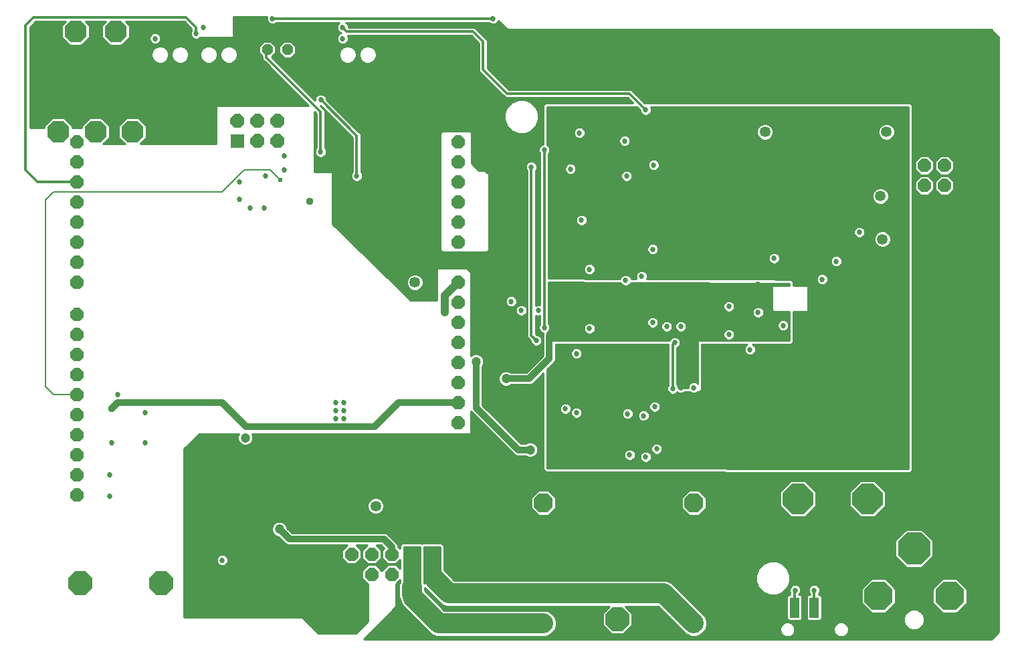
<source format=gbl>
G75*
%MOIN*%
%OFA0B0*%
%FSLAX24Y24*%
%IPPOS*%
%LPD*%
%AMOC8*
5,1,8,0,0,1.08239X$1,22.5*
%
%ADD10OC8,0.0660*%
%ADD11OC8,0.0700*%
%ADD12R,0.0700X0.0700*%
%ADD13R,0.0472X0.0984*%
%ADD14OC8,0.1210*%
%ADD15OC8,0.0531*%
%ADD16OC8,0.1095*%
%ADD17OC8,0.0945*%
%ADD18OC8,0.1620*%
%ADD19OC8,0.1325*%
%ADD20OC8,0.1424*%
%ADD21C,0.0270*%
%ADD22C,0.0120*%
%ADD23C,0.0472*%
%ADD24C,0.0320*%
%ADD25C,0.0376*%
%ADD26C,0.0531*%
%ADD27C,0.0100*%
%ADD28OC8,0.1181*%
%ADD29OC8,0.1502*%
%ADD30C,0.1000*%
%ADD31C,0.0416*%
%ADD32C,0.0400*%
%ADD33C,0.0560*%
%ADD34C,0.0240*%
%ADD35C,0.0070*%
D10*
X010041Y013125D03*
X010041Y014125D03*
X010041Y015125D03*
X010041Y016125D03*
X010041Y017125D03*
X010041Y018125D03*
X010041Y019125D03*
X010041Y020125D03*
X010041Y021125D03*
X010041Y022125D03*
X010041Y023725D03*
X010041Y024725D03*
X010041Y025725D03*
X010041Y026725D03*
X010041Y027725D03*
X010041Y028725D03*
X010041Y029725D03*
X010041Y030725D03*
X029041Y030725D03*
X029041Y029725D03*
X029041Y028725D03*
X029041Y027725D03*
X029041Y026725D03*
X029041Y025725D03*
X029041Y023725D03*
X029041Y022725D03*
X029041Y021725D03*
X029041Y020725D03*
X029041Y019725D03*
X029041Y018725D03*
X029041Y017725D03*
X029041Y016725D03*
X027743Y010175D03*
X026743Y010175D03*
X025743Y010175D03*
X024743Y010175D03*
X023743Y010175D03*
X023743Y009175D03*
X024743Y009175D03*
X025743Y009175D03*
X026743Y009175D03*
X027743Y009175D03*
X052282Y028548D03*
X052282Y029548D03*
X052282Y030548D03*
X052282Y031548D03*
X053282Y031548D03*
X053282Y030548D03*
X053282Y029548D03*
X053282Y028548D03*
D11*
X020041Y030775D03*
X020041Y031775D03*
X019041Y031775D03*
X019041Y030775D03*
X018041Y031775D03*
D12*
X018041Y030775D03*
D13*
X045809Y007508D03*
X046793Y007508D03*
X047778Y007508D03*
D14*
X010231Y008735D03*
X014256Y008735D03*
X016431Y008735D03*
X020456Y008735D03*
X032081Y034165D03*
X036106Y034165D03*
X038281Y034165D03*
X042306Y034165D03*
X044481Y034165D03*
X048506Y034165D03*
X050681Y034165D03*
X054706Y034165D03*
D15*
X021543Y035325D03*
X020543Y035325D03*
X019543Y035325D03*
D16*
X012823Y031225D03*
X010973Y031225D03*
X009123Y031225D03*
X009973Y036225D03*
X011973Y036225D03*
D17*
X033293Y012725D03*
X033293Y006725D03*
X040793Y006725D03*
X040793Y012725D03*
D18*
X051770Y010449D03*
D19*
X051770Y008087D03*
D20*
X053541Y008087D03*
X049998Y008087D03*
D21*
X046793Y008375D03*
X045843Y008375D03*
X045793Y014625D03*
X045293Y014625D03*
X044793Y014625D03*
X044293Y014625D03*
X043793Y014625D03*
X043793Y015125D03*
X043793Y015625D03*
X043793Y016125D03*
X043793Y016625D03*
X043793Y017125D03*
X043793Y017625D03*
X043793Y018125D03*
X044293Y018125D03*
X044293Y017625D03*
X044293Y017125D03*
X044293Y016625D03*
X044293Y016125D03*
X044293Y015625D03*
X044293Y015125D03*
X044793Y015125D03*
X044793Y015625D03*
X044793Y016125D03*
X044793Y016625D03*
X044793Y017125D03*
X044793Y017625D03*
X044793Y018125D03*
X044793Y018625D03*
X044293Y018625D03*
X044293Y019125D03*
X044293Y019625D03*
X044793Y019625D03*
X044793Y019125D03*
X045293Y019125D03*
X045293Y018625D03*
X045293Y018125D03*
X045293Y017625D03*
X045293Y017125D03*
X045293Y016625D03*
X045293Y016125D03*
X045293Y015625D03*
X045293Y015125D03*
X045793Y015125D03*
X045793Y015625D03*
X045793Y016125D03*
X045793Y016625D03*
X045793Y017125D03*
X045793Y017625D03*
X045793Y018125D03*
X045793Y018625D03*
X045793Y019125D03*
X045793Y019625D03*
X045293Y019625D03*
X045293Y020125D03*
X044793Y020125D03*
X045793Y020125D03*
X046293Y020125D03*
X046293Y019625D03*
X046293Y019125D03*
X046293Y018625D03*
X046293Y018125D03*
X046293Y017625D03*
X046293Y017125D03*
X046293Y016625D03*
X046293Y016125D03*
X046293Y015625D03*
X046293Y015125D03*
X046293Y014625D03*
X046793Y014625D03*
X046793Y015125D03*
X046793Y015625D03*
X046793Y016125D03*
X046793Y016625D03*
X046793Y017125D03*
X046793Y017625D03*
X046793Y018125D03*
X046793Y018625D03*
X046793Y019125D03*
X046793Y019625D03*
X046793Y020125D03*
X046793Y020625D03*
X046293Y020625D03*
X046293Y021125D03*
X046793Y021125D03*
X046793Y021625D03*
X047293Y021625D03*
X047293Y021125D03*
X047293Y020625D03*
X047293Y020125D03*
X047293Y019625D03*
X047293Y019125D03*
X047293Y018625D03*
X047293Y018125D03*
X047293Y017625D03*
X047293Y017125D03*
X047293Y016625D03*
X047293Y016125D03*
X047293Y015625D03*
X047293Y015125D03*
X047293Y014625D03*
X047793Y014625D03*
X047793Y015125D03*
X047793Y015625D03*
X047793Y016125D03*
X047793Y016625D03*
X047793Y017125D03*
X047793Y017625D03*
X047793Y018125D03*
X047793Y018625D03*
X047793Y019125D03*
X047793Y019625D03*
X047793Y020125D03*
X047793Y020625D03*
X047793Y021125D03*
X047793Y021625D03*
X047793Y022125D03*
X047293Y022125D03*
X048293Y022125D03*
X048293Y021625D03*
X048293Y021125D03*
X048293Y020625D03*
X048293Y020125D03*
X048293Y019625D03*
X048293Y019125D03*
X048293Y018625D03*
X048293Y018125D03*
X048293Y017625D03*
X048293Y017125D03*
X048293Y016625D03*
X048293Y016125D03*
X048293Y015625D03*
X048293Y015125D03*
X048293Y014625D03*
X048793Y014625D03*
X048793Y015125D03*
X048793Y015625D03*
X048793Y016125D03*
X048793Y016625D03*
X048793Y017125D03*
X048793Y017625D03*
X048793Y018125D03*
X048793Y018625D03*
X048793Y019125D03*
X048793Y019625D03*
X048793Y020125D03*
X048793Y020625D03*
X048793Y021125D03*
X048793Y021625D03*
X048793Y022125D03*
X049293Y022125D03*
X049293Y021625D03*
X049293Y021125D03*
X049293Y020625D03*
X049293Y020125D03*
X049293Y019625D03*
X049293Y019125D03*
X049293Y018625D03*
X049293Y018125D03*
X049293Y017625D03*
X049293Y017125D03*
X049293Y016625D03*
X049293Y016125D03*
X049293Y015625D03*
X049293Y015125D03*
X049293Y014625D03*
X049793Y014625D03*
X049793Y015125D03*
X049793Y015625D03*
X049793Y016125D03*
X049793Y016625D03*
X049793Y017125D03*
X049793Y017625D03*
X049793Y018125D03*
X049793Y018625D03*
X049793Y019125D03*
X049793Y019625D03*
X049793Y020125D03*
X049793Y020625D03*
X049793Y021125D03*
X049793Y021625D03*
X049793Y022125D03*
X050293Y022125D03*
X050293Y021625D03*
X050293Y021125D03*
X050293Y020625D03*
X050293Y020125D03*
X050293Y019625D03*
X050293Y019125D03*
X050293Y018625D03*
X050293Y018125D03*
X050293Y017625D03*
X050293Y017125D03*
X050293Y016625D03*
X050293Y016125D03*
X050293Y015625D03*
X050293Y015125D03*
X050293Y014625D03*
X050793Y014625D03*
X050793Y015125D03*
X050793Y015625D03*
X050793Y016125D03*
X050793Y016625D03*
X050793Y017125D03*
X050793Y017625D03*
X050793Y018125D03*
X050793Y018625D03*
X050793Y019125D03*
X050793Y019625D03*
X050793Y020125D03*
X050793Y020625D03*
X050793Y021125D03*
X050793Y021625D03*
X050793Y022125D03*
X051293Y022125D03*
X051293Y021625D03*
X051293Y021125D03*
X051293Y020625D03*
X051293Y020125D03*
X051293Y019625D03*
X051293Y019125D03*
X051293Y018625D03*
X051293Y018125D03*
X051293Y017625D03*
X051293Y017125D03*
X051293Y016625D03*
X051293Y016125D03*
X051293Y015625D03*
X051293Y015125D03*
X051293Y014625D03*
X044743Y021075D03*
X044793Y021575D03*
X045243Y021575D03*
X044293Y021875D03*
X043993Y022225D03*
X042543Y022525D03*
X042543Y023325D03*
X043993Y023625D03*
X044093Y024025D03*
X044793Y024925D03*
X045693Y024775D03*
X045793Y023875D03*
X047193Y023875D03*
X047893Y024775D03*
X049043Y026225D03*
X046793Y028250D03*
X045043Y028425D03*
X044543Y028425D03*
X044043Y028425D03*
X043543Y028425D03*
X043043Y028425D03*
X042543Y028425D03*
X042043Y028425D03*
X042043Y027925D03*
X042043Y027425D03*
X042043Y026925D03*
X042043Y026425D03*
X042543Y026425D03*
X042543Y026925D03*
X042543Y027425D03*
X042543Y027925D03*
X043043Y027925D03*
X043043Y027425D03*
X043043Y026925D03*
X043043Y026425D03*
X043543Y026425D03*
X043543Y026925D03*
X043543Y027425D03*
X043543Y027925D03*
X044043Y027925D03*
X044043Y027425D03*
X044043Y026925D03*
X044043Y026425D03*
X044543Y026425D03*
X044543Y026925D03*
X044543Y027425D03*
X044543Y027925D03*
X045043Y027925D03*
X045043Y027425D03*
X045043Y026925D03*
X045043Y026425D03*
X045043Y028925D03*
X044543Y028925D03*
X044043Y028925D03*
X043543Y028925D03*
X043043Y028925D03*
X042543Y028925D03*
X042043Y028925D03*
X042043Y029425D03*
X042043Y029925D03*
X042543Y029925D03*
X042543Y029425D03*
X043043Y029425D03*
X043043Y029925D03*
X043543Y029925D03*
X043543Y029425D03*
X044043Y029425D03*
X044043Y029925D03*
X044543Y029925D03*
X044543Y029425D03*
X045043Y029425D03*
X045043Y029925D03*
X038793Y029575D03*
X037443Y029025D03*
X037343Y030775D03*
X038393Y032325D03*
X035093Y031175D03*
X033743Y030075D03*
X033343Y030325D03*
X032693Y029475D03*
X034643Y029375D03*
X035093Y028275D03*
X035193Y026825D03*
X034293Y026825D03*
X033043Y026325D03*
X035593Y024375D03*
X037393Y023825D03*
X038193Y024025D03*
X038193Y023175D03*
X038693Y022825D03*
X038743Y021725D03*
X039443Y021525D03*
X040143Y021525D03*
X039843Y020725D03*
X040143Y018475D03*
X039743Y018425D03*
X038843Y018325D03*
X038293Y018775D03*
X037493Y018675D03*
X038843Y017525D03*
X038293Y017075D03*
X038393Y016725D03*
X038943Y016325D03*
X038943Y015425D03*
X038393Y015025D03*
X037593Y015125D03*
X037593Y016625D03*
X037493Y017175D03*
X034943Y017225D03*
X034393Y017425D03*
X034943Y020175D03*
X035593Y021425D03*
X033343Y021475D03*
X032943Y020825D03*
X033043Y022325D03*
X032193Y022325D03*
X031693Y022775D03*
X031693Y023575D03*
X032243Y024025D03*
X033043Y023825D03*
X038743Y025375D03*
X039843Y023425D03*
X042543Y021125D03*
X043593Y020375D03*
X040793Y018475D03*
X025893Y028275D03*
X023993Y029025D03*
X022193Y030225D03*
X020393Y030025D03*
X020393Y029325D03*
X019443Y029025D03*
X018143Y028725D03*
X018143Y027875D03*
X018693Y027425D03*
X019393Y027425D03*
X022201Y032825D03*
X023293Y035875D03*
X023293Y036425D03*
X019793Y036875D03*
X016343Y036425D03*
X015993Y036125D03*
X013943Y035875D03*
X013943Y036425D03*
X030793Y036875D03*
X012093Y018125D03*
X013443Y017225D03*
X013443Y015725D03*
X011793Y015725D03*
X011693Y014125D03*
X011693Y013075D03*
X017293Y009875D03*
X022943Y016925D03*
X022943Y017325D03*
X022943Y017725D03*
X023343Y017725D03*
X023343Y017325D03*
X023343Y016925D03*
D22*
X032693Y021075D02*
X032943Y020825D01*
X032693Y021075D02*
X032693Y029475D01*
X033343Y030325D02*
X033343Y021475D01*
X039743Y020625D02*
X039743Y018425D01*
X039743Y020625D02*
X039843Y020725D01*
X038393Y032325D02*
X037593Y033125D01*
X031493Y033125D01*
X030293Y034325D01*
X030293Y035725D01*
X029793Y036225D01*
X023493Y036225D01*
X023293Y036425D01*
X019793Y036875D02*
X030793Y036875D01*
X023993Y031032D02*
X023993Y029025D01*
X022193Y030225D02*
X022193Y032225D01*
X019493Y034925D01*
X019493Y035275D01*
X019543Y035325D01*
X022201Y032825D02*
X023993Y031032D01*
X015993Y036125D02*
X015993Y036425D01*
X015493Y036925D01*
X007893Y036925D01*
X007493Y036525D01*
X007493Y029325D01*
X008093Y028725D01*
X010041Y028725D01*
X045809Y008375D02*
X045809Y007508D01*
X045843Y008375D02*
X045809Y008375D01*
X046793Y008375D02*
X046793Y007508D01*
D23*
X032643Y015375D03*
X031443Y018925D03*
X029943Y019775D03*
X020143Y011425D03*
X018443Y015975D03*
D24*
X018493Y016525D02*
X017293Y017725D01*
X012093Y017725D01*
X011793Y017425D01*
X018493Y016525D02*
X024893Y016525D01*
X026093Y017725D01*
X029041Y017725D01*
X029943Y017475D02*
X032043Y015375D01*
X032643Y015375D01*
X029943Y017475D02*
X029943Y019775D01*
X031443Y018925D02*
X032593Y018925D01*
X033593Y019925D01*
X033593Y021025D01*
X025343Y010925D02*
X020643Y010925D01*
X020143Y011425D01*
X025343Y010925D02*
X025743Y010525D01*
X025743Y010175D01*
D25*
X016493Y015125D03*
X016393Y011825D03*
X011793Y017425D03*
X021643Y027775D03*
X035893Y011025D03*
X035893Y010575D03*
X035893Y010125D03*
X035893Y009675D03*
X036343Y009675D03*
X036793Y009675D03*
X037243Y009675D03*
X037693Y009675D03*
X038143Y009675D03*
X038143Y010125D03*
X038143Y010575D03*
X038143Y011025D03*
D26*
X024943Y012575D03*
X024943Y014975D03*
X026893Y023025D03*
X026893Y023725D03*
X044343Y031225D03*
X050093Y028025D03*
X050193Y025875D03*
X050243Y023475D03*
X050393Y031225D03*
D27*
X049978Y031237D02*
X044759Y031237D01*
X044759Y031308D02*
X044696Y031461D01*
X044579Y031577D01*
X044426Y031641D01*
X044261Y031641D01*
X044108Y031577D01*
X043991Y031461D01*
X043928Y031308D01*
X043928Y031142D01*
X043991Y030989D01*
X044108Y030873D01*
X044261Y030809D01*
X044426Y030809D01*
X044579Y030873D01*
X044696Y030989D01*
X044759Y031142D01*
X044759Y031308D01*
X044748Y031335D02*
X049989Y031335D01*
X049978Y031308D02*
X049978Y031142D01*
X050041Y030989D01*
X050158Y030873D01*
X050311Y030809D01*
X050476Y030809D01*
X050629Y030873D01*
X050746Y030989D01*
X050809Y031142D01*
X050809Y031308D01*
X050746Y031461D01*
X050629Y031577D01*
X050476Y031641D01*
X050311Y031641D01*
X050158Y031577D01*
X050041Y031461D01*
X049978Y031308D01*
X050030Y031434D02*
X044707Y031434D01*
X044624Y031532D02*
X050112Y031532D01*
X050286Y031631D02*
X044451Y031631D01*
X044236Y031631D02*
X033493Y031631D01*
X033493Y031729D02*
X051493Y031729D01*
X051493Y031631D02*
X050501Y031631D01*
X050674Y031532D02*
X051493Y031532D01*
X051493Y031434D02*
X050757Y031434D01*
X050798Y031335D02*
X051493Y031335D01*
X051493Y031237D02*
X050809Y031237D01*
X050807Y031138D02*
X051493Y031138D01*
X051493Y031040D02*
X050766Y031040D01*
X050697Y030941D02*
X051493Y030941D01*
X051493Y030843D02*
X050556Y030843D01*
X050230Y030843D02*
X044506Y030843D01*
X044647Y030941D02*
X050089Y030941D01*
X050020Y031040D02*
X044716Y031040D01*
X044757Y031138D02*
X049979Y031138D01*
X051493Y030744D02*
X037628Y030744D01*
X037628Y030718D02*
X037585Y030614D01*
X037505Y030533D01*
X037400Y030490D01*
X037287Y030490D01*
X037182Y030533D01*
X037102Y030614D01*
X037058Y030718D01*
X037058Y030832D01*
X037102Y030936D01*
X037182Y031017D01*
X037287Y031060D01*
X037400Y031060D01*
X037505Y031017D01*
X037585Y030936D01*
X037628Y030832D01*
X037628Y030718D01*
X037598Y030646D02*
X051493Y030646D01*
X051493Y030547D02*
X037518Y030547D01*
X037624Y030843D02*
X044180Y030843D01*
X044039Y030941D02*
X037580Y030941D01*
X037449Y031040D02*
X043970Y031040D01*
X043929Y031138D02*
X035378Y031138D01*
X035378Y031118D02*
X035335Y031014D01*
X035255Y030933D01*
X035150Y030890D01*
X035037Y030890D01*
X034932Y030933D01*
X034852Y031014D01*
X034808Y031118D01*
X034808Y031232D01*
X034852Y031336D01*
X034932Y031417D01*
X035037Y031460D01*
X035150Y031460D01*
X035255Y031417D01*
X035335Y031336D01*
X035378Y031232D01*
X035378Y031118D01*
X035346Y031040D02*
X037237Y031040D01*
X037106Y030941D02*
X035262Y030941D01*
X035376Y031237D02*
X043928Y031237D01*
X043939Y031335D02*
X035335Y031335D01*
X035214Y031434D02*
X043980Y031434D01*
X044062Y031532D02*
X033493Y031532D01*
X033493Y031434D02*
X034973Y031434D01*
X034851Y031335D02*
X033493Y031335D01*
X033493Y031237D02*
X034810Y031237D01*
X034808Y031138D02*
X033493Y031138D01*
X033493Y031040D02*
X034841Y031040D01*
X034924Y030941D02*
X033493Y030941D01*
X033493Y030843D02*
X037063Y030843D01*
X037058Y030744D02*
X033493Y030744D01*
X033493Y030646D02*
X037088Y030646D01*
X037168Y030547D02*
X033524Y030547D01*
X033505Y030567D02*
X033493Y030571D01*
X033493Y032475D01*
X037946Y032475D01*
X038108Y032313D01*
X038108Y032268D01*
X038152Y032164D01*
X038232Y032083D01*
X038337Y032040D01*
X038450Y032040D01*
X038555Y032083D01*
X038635Y032164D01*
X038678Y032268D01*
X038678Y032382D01*
X038640Y032475D01*
X051493Y032475D01*
X051493Y014425D01*
X033493Y014475D01*
X033493Y019387D01*
X033769Y019662D01*
X033856Y019749D01*
X033903Y019863D01*
X033903Y020625D01*
X039533Y020625D01*
X039533Y018618D01*
X039502Y018586D01*
X039458Y018482D01*
X039458Y018368D01*
X039502Y018264D01*
X039582Y018183D01*
X039687Y018140D01*
X039800Y018140D01*
X039905Y018183D01*
X039968Y018247D01*
X039982Y018233D01*
X040087Y018190D01*
X040200Y018190D01*
X040305Y018233D01*
X040346Y018275D01*
X040590Y018275D01*
X040632Y018233D01*
X040737Y018190D01*
X040850Y018190D01*
X040955Y018233D01*
X040996Y018275D01*
X041076Y018275D01*
X041193Y018392D01*
X041193Y020625D01*
X043452Y020625D01*
X043432Y020617D01*
X043352Y020536D01*
X043308Y020432D01*
X043308Y020318D01*
X043352Y020214D01*
X043432Y020133D01*
X043537Y020090D01*
X043650Y020090D01*
X043755Y020133D01*
X043835Y020214D01*
X043878Y020318D01*
X043878Y020432D01*
X043835Y020536D01*
X043755Y020617D01*
X043734Y020625D01*
X045626Y020625D01*
X045743Y020742D01*
X045743Y022275D01*
X046435Y022275D01*
X046493Y022334D01*
X046493Y023516D01*
X046435Y023575D01*
X045743Y023575D01*
X045743Y023675D01*
X045744Y023757D01*
X045743Y023757D01*
X045743Y023758D01*
X045685Y023816D01*
X045627Y023875D01*
X045626Y023875D01*
X045544Y023875D01*
X044120Y023881D01*
X044050Y023910D01*
X043937Y023910D01*
X043869Y023882D01*
X038452Y023904D01*
X038478Y023968D01*
X038478Y024082D01*
X038435Y024186D01*
X038355Y024267D01*
X038250Y024310D01*
X038137Y024310D01*
X038032Y024267D01*
X037952Y024186D01*
X037908Y024082D01*
X037908Y023968D01*
X037934Y023907D01*
X037668Y023908D01*
X037635Y023986D01*
X037555Y024067D01*
X037450Y024110D01*
X037337Y024110D01*
X037232Y024067D01*
X037152Y023986D01*
X037120Y023910D01*
X033576Y023925D01*
X033553Y023925D01*
X033553Y030132D01*
X033585Y030164D01*
X033628Y030268D01*
X033628Y030382D01*
X033585Y030486D01*
X033505Y030567D01*
X033601Y030449D02*
X051493Y030449D01*
X051493Y030350D02*
X033628Y030350D01*
X033621Y030252D02*
X051493Y030252D01*
X051493Y030153D02*
X033574Y030153D01*
X033553Y030055D02*
X051493Y030055D01*
X051493Y029956D02*
X033553Y029956D01*
X033553Y029858D02*
X038731Y029858D01*
X038737Y029860D02*
X038632Y029817D01*
X038552Y029736D01*
X038508Y029632D01*
X038508Y029518D01*
X038552Y029414D01*
X038632Y029333D01*
X038737Y029290D01*
X038850Y029290D01*
X038955Y029333D01*
X039035Y029414D01*
X039078Y029518D01*
X039078Y029632D01*
X039035Y029736D01*
X038955Y029817D01*
X038850Y029860D01*
X038737Y029860D01*
X038856Y029858D02*
X051493Y029858D01*
X051493Y029759D02*
X039012Y029759D01*
X039066Y029661D02*
X051493Y029661D01*
X051493Y029562D02*
X039078Y029562D01*
X039056Y029464D02*
X051493Y029464D01*
X051493Y029365D02*
X038986Y029365D01*
X038600Y029365D02*
X034928Y029365D01*
X034928Y029318D02*
X034885Y029214D01*
X034805Y029133D01*
X034700Y029090D01*
X034587Y029090D01*
X034482Y029133D01*
X034402Y029214D01*
X034358Y029318D01*
X034358Y029432D01*
X034402Y029536D01*
X034482Y029617D01*
X034587Y029660D01*
X034700Y029660D01*
X034805Y029617D01*
X034885Y029536D01*
X034928Y029432D01*
X034928Y029318D01*
X034907Y029267D02*
X037282Y029267D01*
X037202Y029186D01*
X037158Y029082D01*
X037158Y028968D01*
X037202Y028864D01*
X037282Y028783D01*
X037387Y028740D01*
X037500Y028740D01*
X037605Y028783D01*
X037685Y028864D01*
X037728Y028968D01*
X037728Y029082D01*
X037685Y029186D01*
X037605Y029267D01*
X037500Y029310D01*
X037387Y029310D01*
X037282Y029267D01*
X037194Y029168D02*
X034839Y029168D01*
X034915Y029464D02*
X038531Y029464D01*
X038508Y029562D02*
X034859Y029562D01*
X034427Y029562D02*
X033553Y029562D01*
X033553Y029464D02*
X034372Y029464D01*
X034358Y029365D02*
X033553Y029365D01*
X033553Y029267D02*
X034380Y029267D01*
X034447Y029168D02*
X033553Y029168D01*
X033553Y029070D02*
X037158Y029070D01*
X037158Y028971D02*
X033553Y028971D01*
X033553Y028873D02*
X037198Y028873D01*
X037304Y028774D02*
X033553Y028774D01*
X033553Y028676D02*
X051493Y028676D01*
X051493Y028774D02*
X037582Y028774D01*
X037689Y028873D02*
X051493Y028873D01*
X051493Y028971D02*
X037728Y028971D01*
X037728Y029070D02*
X051493Y029070D01*
X051493Y029168D02*
X037693Y029168D01*
X037605Y029267D02*
X051493Y029267D01*
X051693Y029267D02*
X051885Y029267D01*
X051802Y029349D02*
X052083Y029068D01*
X052481Y029068D01*
X052762Y029349D01*
X052762Y029747D01*
X052481Y030028D01*
X052083Y030028D01*
X051802Y029747D01*
X051802Y029349D01*
X051802Y029365D02*
X051693Y029365D01*
X051693Y029464D02*
X051802Y029464D01*
X051802Y029562D02*
X051693Y029562D01*
X051693Y029661D02*
X051802Y029661D01*
X051815Y029759D02*
X051693Y029759D01*
X051693Y029858D02*
X051913Y029858D01*
X052012Y029956D02*
X051693Y029956D01*
X051693Y030055D02*
X055993Y030055D01*
X055993Y030153D02*
X051693Y030153D01*
X051693Y030252D02*
X055993Y030252D01*
X055993Y030350D02*
X051693Y030350D01*
X051693Y030449D02*
X055993Y030449D01*
X055993Y030547D02*
X051693Y030547D01*
X051693Y030646D02*
X055993Y030646D01*
X055993Y030744D02*
X051693Y030744D01*
X051693Y030843D02*
X055993Y030843D01*
X055993Y030941D02*
X051693Y030941D01*
X051693Y031040D02*
X055993Y031040D01*
X055993Y031138D02*
X051693Y031138D01*
X051693Y031237D02*
X055993Y031237D01*
X055993Y031335D02*
X051693Y031335D01*
X051693Y031434D02*
X055993Y031434D01*
X055993Y031532D02*
X051693Y031532D01*
X051693Y031631D02*
X055993Y031631D01*
X055993Y031729D02*
X051693Y031729D01*
X051693Y031828D02*
X055993Y031828D01*
X055993Y031926D02*
X051693Y031926D01*
X051693Y032025D02*
X055993Y032025D01*
X055993Y032123D02*
X051693Y032123D01*
X051693Y032222D02*
X055993Y032222D01*
X055993Y032320D02*
X051693Y032320D01*
X051693Y032419D02*
X055993Y032419D01*
X055993Y032517D02*
X051693Y032517D01*
X051693Y032558D02*
X051576Y032675D01*
X038340Y032675D01*
X037803Y033212D01*
X037680Y033335D01*
X031580Y033335D01*
X030503Y034412D01*
X030503Y035812D01*
X030003Y036312D01*
X029880Y036435D01*
X023580Y036435D01*
X023578Y036437D01*
X023578Y036482D01*
X023535Y036586D01*
X023456Y036665D01*
X030600Y036665D01*
X030632Y036633D01*
X030737Y036590D01*
X030850Y036590D01*
X030955Y036633D01*
X031035Y036714D01*
X031060Y036775D01*
X031510Y036325D01*
X055610Y036325D01*
X055993Y035942D01*
X055993Y006308D01*
X055610Y005925D01*
X024338Y005925D01*
X025943Y007575D01*
X025943Y008696D01*
X026143Y008896D01*
X026143Y008775D01*
X026093Y008654D01*
X026093Y008046D01*
X026143Y007925D01*
X026143Y007896D01*
X026242Y007657D01*
X026425Y007474D01*
X027725Y006174D01*
X027964Y006075D01*
X033423Y006075D01*
X033489Y006103D01*
X033551Y006103D01*
X033595Y006146D01*
X033662Y006174D01*
X033844Y006357D01*
X033872Y006423D01*
X033916Y006467D01*
X033916Y006529D01*
X033943Y006596D01*
X033943Y006854D01*
X033916Y006921D01*
X033916Y006983D01*
X033872Y007027D01*
X033844Y007093D01*
X033662Y007276D01*
X033595Y007304D01*
X033551Y007347D01*
X033489Y007347D01*
X033423Y007375D01*
X028363Y007375D01*
X027415Y008322D01*
X027393Y008375D01*
X027393Y008506D01*
X028225Y007674D01*
X028464Y007575D01*
X036596Y007575D01*
X036253Y007232D01*
X036253Y006618D01*
X036687Y006184D01*
X037300Y006184D01*
X037734Y006618D01*
X037734Y007232D01*
X037391Y007575D01*
X039024Y007575D01*
X040425Y006174D01*
X040492Y006146D01*
X040535Y006103D01*
X040597Y006103D01*
X040664Y006075D01*
X040923Y006075D01*
X040989Y006103D01*
X041051Y006103D01*
X041095Y006146D01*
X041162Y006174D01*
X041344Y006357D01*
X041372Y006423D01*
X041416Y006467D01*
X041416Y006529D01*
X041443Y006596D01*
X041443Y006854D01*
X041416Y006921D01*
X041416Y006983D01*
X041372Y007027D01*
X041344Y007093D01*
X039844Y008593D01*
X039662Y008776D01*
X039423Y008875D01*
X028863Y008875D01*
X028343Y009394D01*
X028343Y010608D01*
X028226Y010725D01*
X027260Y010725D01*
X027243Y010708D01*
X027226Y010725D01*
X026260Y010725D01*
X026143Y010608D01*
X026143Y010454D01*
X026053Y010544D01*
X026053Y010587D01*
X026006Y010701D01*
X025606Y011101D01*
X025519Y011188D01*
X025405Y011235D01*
X020772Y011235D01*
X020530Y011477D01*
X020530Y011502D01*
X020471Y011644D01*
X020362Y011752D01*
X020220Y011811D01*
X020066Y011811D01*
X019925Y011752D01*
X019816Y011644D01*
X019757Y011502D01*
X019757Y011348D01*
X019816Y011206D01*
X019925Y011098D01*
X020066Y011039D01*
X020091Y011039D01*
X020468Y010662D01*
X020582Y010615D01*
X023504Y010615D01*
X023263Y010374D01*
X023263Y009976D01*
X023544Y009695D01*
X023942Y009695D01*
X024223Y009976D01*
X024223Y010374D01*
X023982Y010615D01*
X024504Y010615D01*
X024263Y010374D01*
X024263Y009976D01*
X024544Y009695D01*
X024942Y009695D01*
X025223Y009976D01*
X025223Y010374D01*
X024982Y010615D01*
X025215Y010615D01*
X025360Y010470D01*
X025263Y010374D01*
X025263Y009976D01*
X025544Y009695D01*
X025942Y009695D01*
X026143Y009896D01*
X026143Y009454D01*
X025942Y009655D01*
X025544Y009655D01*
X025264Y009375D01*
X025222Y009375D01*
X024942Y009655D01*
X024544Y009655D01*
X024263Y009374D01*
X024263Y008976D01*
X024543Y008696D01*
X024543Y006825D01*
X023943Y006225D01*
X022093Y006225D01*
X021293Y007025D01*
X015393Y007025D01*
X015393Y015413D01*
X016155Y016175D01*
X018108Y016175D01*
X018057Y016052D01*
X018057Y015898D01*
X018116Y015756D01*
X018225Y015648D01*
X018366Y015589D01*
X018520Y015589D01*
X018662Y015648D01*
X018771Y015756D01*
X018830Y015898D01*
X018830Y016052D01*
X018779Y016175D01*
X029693Y016175D01*
X029693Y017287D01*
X031868Y015112D01*
X031982Y015065D01*
X032407Y015065D01*
X032425Y015048D01*
X032566Y014989D01*
X032720Y014989D01*
X032862Y015048D01*
X032971Y015156D01*
X033030Y015298D01*
X033030Y015452D01*
X032971Y015594D01*
X032862Y015702D01*
X032720Y015761D01*
X032566Y015761D01*
X032425Y015702D01*
X032407Y015685D01*
X032172Y015685D01*
X030253Y017603D01*
X030253Y019539D01*
X030271Y019556D01*
X030330Y019698D01*
X030330Y019852D01*
X030271Y019994D01*
X030162Y020102D01*
X030020Y020161D01*
X029866Y020161D01*
X029725Y020102D01*
X029693Y020071D01*
X029693Y024225D01*
X029493Y024425D01*
X027993Y024425D01*
X027993Y022825D01*
X026693Y022825D01*
X022793Y026625D01*
X022793Y029225D01*
X021893Y029225D01*
X021893Y032228D01*
X021983Y032138D01*
X021983Y030418D01*
X021952Y030386D01*
X021908Y030282D01*
X021908Y030168D01*
X021952Y030064D01*
X022032Y029983D01*
X022137Y029940D01*
X022250Y029940D01*
X022355Y029983D01*
X022435Y030064D01*
X022478Y030168D01*
X022478Y030282D01*
X022435Y030386D01*
X022403Y030418D01*
X022403Y032312D01*
X022175Y032540D01*
X022189Y032540D01*
X023783Y030945D01*
X023783Y029218D01*
X023752Y029186D01*
X023708Y029082D01*
X023708Y028968D01*
X023752Y028864D01*
X023832Y028783D01*
X023937Y028740D01*
X024050Y028740D01*
X024155Y028783D01*
X024235Y028864D01*
X024278Y028968D01*
X024278Y029082D01*
X024235Y029186D01*
X024203Y029218D01*
X024203Y031119D01*
X024080Y031242D01*
X022486Y032837D01*
X022486Y032882D01*
X022442Y032986D01*
X022362Y033067D01*
X022257Y033110D01*
X022144Y033110D01*
X022039Y033067D01*
X021959Y032986D01*
X021916Y032882D01*
X021916Y032800D01*
X019761Y034955D01*
X019959Y035153D01*
X019959Y035497D01*
X019716Y035741D01*
X019371Y035741D01*
X019128Y035497D01*
X019128Y035153D01*
X019283Y034997D01*
X019283Y034838D01*
X019406Y034715D01*
X021596Y032525D01*
X016993Y032525D01*
X016993Y030625D01*
X013210Y030625D01*
X013521Y030936D01*
X013521Y031514D01*
X013112Y031922D01*
X012534Y031922D01*
X012126Y031514D01*
X012126Y030936D01*
X012437Y030625D01*
X011360Y030625D01*
X011671Y030936D01*
X011671Y031514D01*
X011262Y031922D01*
X010684Y031922D01*
X010276Y031514D01*
X010276Y031425D01*
X009821Y031425D01*
X009821Y031514D01*
X009412Y031922D01*
X008834Y031922D01*
X008426Y031514D01*
X008426Y031425D01*
X007703Y031425D01*
X007703Y036438D01*
X007980Y036715D01*
X009477Y036715D01*
X009276Y036514D01*
X009276Y035936D01*
X009684Y035528D01*
X010262Y035528D01*
X010671Y035936D01*
X010671Y036514D01*
X010470Y036715D01*
X011477Y036715D01*
X011276Y036514D01*
X011276Y035936D01*
X011684Y035528D01*
X012262Y035528D01*
X012671Y035936D01*
X012671Y036514D01*
X012470Y036715D01*
X015403Y036715D01*
X015743Y036375D01*
X015743Y036266D01*
X015708Y036182D01*
X015708Y036068D01*
X015743Y035984D01*
X015743Y035925D01*
X015790Y035925D01*
X015832Y035883D01*
X015937Y035840D01*
X016050Y035840D01*
X016155Y035883D01*
X016196Y035925D01*
X017843Y035925D01*
X017843Y036975D01*
X019526Y036975D01*
X019508Y036932D01*
X019508Y036818D01*
X019552Y036714D01*
X019632Y036633D01*
X019737Y036590D01*
X019850Y036590D01*
X019955Y036633D01*
X019986Y036665D01*
X023130Y036665D01*
X023052Y036586D01*
X023008Y036482D01*
X023008Y036368D01*
X023052Y036264D01*
X023132Y036183D01*
X023212Y036150D01*
X023132Y036117D01*
X023052Y036036D01*
X023008Y035932D01*
X023008Y035818D01*
X023052Y035714D01*
X023132Y035633D01*
X023237Y035590D01*
X023350Y035590D01*
X023455Y035633D01*
X023535Y035714D01*
X023578Y035818D01*
X023578Y035932D01*
X023544Y036015D01*
X029706Y036015D01*
X030083Y035638D01*
X030083Y034238D01*
X031406Y032915D01*
X037506Y032915D01*
X037746Y032675D01*
X033410Y032675D01*
X033293Y032558D01*
X033293Y030610D01*
X033287Y030610D01*
X033182Y030567D01*
X033102Y030486D01*
X033058Y030382D01*
X033058Y030268D01*
X033102Y030164D01*
X033133Y030132D01*
X033133Y022596D01*
X033100Y022610D01*
X032987Y022610D01*
X032903Y022575D01*
X032903Y029282D01*
X032935Y029314D01*
X032978Y029418D01*
X032978Y029532D01*
X032935Y029636D01*
X032855Y029717D01*
X032750Y029760D01*
X032637Y029760D01*
X032532Y029717D01*
X032452Y029636D01*
X032408Y029532D01*
X032408Y029418D01*
X032452Y029314D01*
X032483Y029282D01*
X032483Y020988D01*
X032606Y020865D01*
X032606Y020865D01*
X032658Y020813D01*
X032658Y020768D01*
X032702Y020664D01*
X032782Y020583D01*
X032887Y020540D01*
X033000Y020540D01*
X033105Y020583D01*
X033185Y020664D01*
X033228Y020768D01*
X033228Y020882D01*
X033185Y020986D01*
X033105Y021067D01*
X033000Y021110D01*
X032955Y021110D01*
X032903Y021162D01*
X032903Y022075D01*
X032987Y022040D01*
X033100Y022040D01*
X033133Y022054D01*
X033133Y021668D01*
X033102Y021636D01*
X033058Y021532D01*
X033058Y021418D01*
X033102Y021314D01*
X033182Y021233D01*
X033287Y021190D01*
X033293Y021190D01*
X033293Y021111D01*
X033283Y021087D01*
X033283Y020053D01*
X032465Y019235D01*
X031680Y019235D01*
X031662Y019252D01*
X031520Y019311D01*
X031366Y019311D01*
X031225Y019252D01*
X031116Y019144D01*
X031057Y019002D01*
X031057Y018848D01*
X031116Y018706D01*
X031225Y018598D01*
X031366Y018539D01*
X031520Y018539D01*
X031662Y018598D01*
X031680Y018615D01*
X032655Y018615D01*
X032769Y018662D01*
X033293Y019187D01*
X033293Y014475D01*
X033293Y014393D01*
X015393Y014393D01*
X015393Y014295D02*
X033391Y014295D01*
X033410Y014275D02*
X033410Y014275D01*
X033352Y014334D01*
X033293Y014392D01*
X033293Y014392D01*
X033293Y014393D01*
X033293Y014492D02*
X015393Y014492D01*
X015393Y014590D02*
X033293Y014590D01*
X033293Y014689D02*
X015393Y014689D01*
X015393Y014787D02*
X033293Y014787D01*
X033293Y014886D02*
X015393Y014886D01*
X015393Y014984D02*
X033293Y014984D01*
X033293Y015083D02*
X032897Y015083D01*
X032981Y015181D02*
X033293Y015181D01*
X033293Y015280D02*
X033022Y015280D01*
X033030Y015378D02*
X033293Y015378D01*
X033293Y015477D02*
X033019Y015477D01*
X032978Y015575D02*
X033293Y015575D01*
X033293Y015674D02*
X032891Y015674D01*
X033293Y015772D02*
X032085Y015772D01*
X031986Y015871D02*
X033293Y015871D01*
X033293Y015969D02*
X031888Y015969D01*
X031789Y016068D02*
X033293Y016068D01*
X033293Y016166D02*
X031691Y016166D01*
X031592Y016265D02*
X033293Y016265D01*
X033293Y016363D02*
X031494Y016363D01*
X031395Y016462D02*
X033293Y016462D01*
X033293Y016560D02*
X031297Y016560D01*
X031198Y016659D02*
X033293Y016659D01*
X033293Y016757D02*
X031100Y016757D01*
X031001Y016856D02*
X033293Y016856D01*
X033293Y016954D02*
X030903Y016954D01*
X030804Y017053D02*
X033293Y017053D01*
X033293Y017151D02*
X030706Y017151D01*
X030607Y017250D02*
X033293Y017250D01*
X033293Y017348D02*
X030509Y017348D01*
X030410Y017447D02*
X033293Y017447D01*
X033293Y017545D02*
X030312Y017545D01*
X030253Y017644D02*
X033293Y017644D01*
X033293Y017742D02*
X030253Y017742D01*
X030253Y017841D02*
X033293Y017841D01*
X033293Y017939D02*
X030253Y017939D01*
X030253Y018038D02*
X033293Y018038D01*
X033293Y018136D02*
X030253Y018136D01*
X030253Y018235D02*
X033293Y018235D01*
X033293Y018333D02*
X030253Y018333D01*
X030253Y018432D02*
X033293Y018432D01*
X033293Y018530D02*
X030253Y018530D01*
X030253Y018629D02*
X031194Y018629D01*
X031107Y018727D02*
X030253Y018727D01*
X030253Y018826D02*
X031066Y018826D01*
X031057Y018924D02*
X030253Y018924D01*
X030253Y019023D02*
X031066Y019023D01*
X031106Y019121D02*
X030253Y019121D01*
X030253Y019220D02*
X031192Y019220D01*
X030253Y019318D02*
X032548Y019318D01*
X032646Y019417D02*
X030253Y019417D01*
X030253Y019515D02*
X032745Y019515D01*
X032843Y019614D02*
X030294Y019614D01*
X030330Y019712D02*
X032942Y019712D01*
X033040Y019811D02*
X030330Y019811D01*
X030306Y019909D02*
X033139Y019909D01*
X033237Y020008D02*
X030257Y020008D01*
X030153Y020106D02*
X033283Y020106D01*
X033283Y020205D02*
X029693Y020205D01*
X029693Y020303D02*
X033283Y020303D01*
X033283Y020402D02*
X029693Y020402D01*
X029693Y020500D02*
X033283Y020500D01*
X033283Y020599D02*
X033120Y020599D01*
X033199Y020697D02*
X033283Y020697D01*
X033283Y020796D02*
X033228Y020796D01*
X033223Y020894D02*
X033283Y020894D01*
X033283Y020993D02*
X033179Y020993D01*
X033285Y021091D02*
X033046Y021091D01*
X032903Y021190D02*
X033293Y021190D01*
X033127Y021288D02*
X032903Y021288D01*
X032903Y021387D02*
X033071Y021387D01*
X033058Y021485D02*
X032903Y021485D01*
X032903Y021584D02*
X033080Y021584D01*
X033133Y021682D02*
X032903Y021682D01*
X032903Y021781D02*
X033133Y021781D01*
X033133Y021879D02*
X032903Y021879D01*
X032903Y021978D02*
X033133Y021978D01*
X033553Y021978D02*
X038608Y021978D01*
X038582Y021967D02*
X038502Y021886D01*
X038458Y021782D01*
X038458Y021668D01*
X038502Y021564D01*
X038582Y021483D01*
X038687Y021440D01*
X038800Y021440D01*
X038905Y021483D01*
X038985Y021564D01*
X039028Y021668D01*
X039028Y021782D01*
X038985Y021886D01*
X038905Y021967D01*
X038800Y022010D01*
X038687Y022010D01*
X038582Y021967D01*
X038499Y021879D02*
X033553Y021879D01*
X033553Y021781D02*
X038458Y021781D01*
X038458Y021682D02*
X035717Y021682D01*
X035755Y021667D02*
X035650Y021710D01*
X035537Y021710D01*
X035432Y021667D01*
X035352Y021586D01*
X035308Y021482D01*
X035308Y021368D01*
X035352Y021264D01*
X035432Y021183D01*
X035537Y021140D01*
X035650Y021140D01*
X035755Y021183D01*
X035835Y021264D01*
X035878Y021368D01*
X035878Y021482D01*
X035835Y021586D01*
X035755Y021667D01*
X035836Y021584D02*
X038493Y021584D01*
X038580Y021485D02*
X035877Y021485D01*
X035878Y021387D02*
X039192Y021387D01*
X039202Y021364D02*
X039282Y021283D01*
X039387Y021240D01*
X039500Y021240D01*
X039605Y021283D01*
X039685Y021364D01*
X039728Y021468D01*
X039728Y021582D01*
X039685Y021686D01*
X039605Y021767D01*
X039500Y021810D01*
X039387Y021810D01*
X039282Y021767D01*
X039202Y021686D01*
X039158Y021582D01*
X039158Y021468D01*
X039202Y021364D01*
X039277Y021288D02*
X035845Y021288D01*
X035761Y021190D02*
X042262Y021190D01*
X042258Y021182D02*
X042258Y021068D01*
X042302Y020964D01*
X042382Y020883D01*
X042487Y020840D01*
X042600Y020840D01*
X042705Y020883D01*
X042785Y020964D01*
X042828Y021068D01*
X042828Y021182D01*
X042785Y021286D01*
X042705Y021367D01*
X042600Y021410D01*
X042487Y021410D01*
X042382Y021367D01*
X042302Y021286D01*
X042258Y021182D01*
X042258Y021091D02*
X033493Y021091D01*
X033493Y020993D02*
X039744Y020993D01*
X039787Y021010D02*
X039682Y020967D01*
X039602Y020886D01*
X039576Y020825D01*
X033493Y020825D01*
X033493Y021229D01*
X033505Y021233D01*
X033585Y021314D01*
X033628Y021418D01*
X033628Y021532D01*
X033585Y021636D01*
X033553Y021668D01*
X033553Y023725D01*
X037133Y023710D01*
X037152Y023664D01*
X037232Y023583D01*
X037337Y023540D01*
X037450Y023540D01*
X037555Y023583D01*
X037635Y023664D01*
X037653Y023708D01*
X045543Y023675D01*
X045543Y023575D01*
X044752Y023575D01*
X044693Y023516D01*
X044693Y023434D01*
X044693Y022416D01*
X044693Y022334D01*
X044752Y022275D01*
X045543Y022275D01*
X045543Y020825D01*
X040993Y020825D01*
X040993Y018678D01*
X040955Y018717D01*
X040850Y018760D01*
X040737Y018760D01*
X040632Y018717D01*
X040552Y018636D01*
X040508Y018532D01*
X040508Y018475D01*
X040028Y018475D01*
X040028Y018482D01*
X039985Y018586D01*
X039953Y018618D01*
X039953Y020462D01*
X040005Y020483D01*
X040085Y020564D01*
X040128Y020668D01*
X040128Y020782D01*
X040085Y020886D01*
X040005Y020967D01*
X039900Y021010D01*
X039787Y021010D01*
X039942Y020993D02*
X042290Y020993D01*
X042371Y020894D02*
X040077Y020894D01*
X040123Y020796D02*
X040993Y020796D01*
X040993Y020697D02*
X040128Y020697D01*
X040099Y020599D02*
X040993Y020599D01*
X040993Y020500D02*
X040021Y020500D01*
X039953Y020402D02*
X040993Y020402D01*
X040993Y020303D02*
X039953Y020303D01*
X039953Y020205D02*
X040993Y020205D01*
X040993Y020106D02*
X039953Y020106D01*
X039953Y020008D02*
X040993Y020008D01*
X040993Y019909D02*
X039953Y019909D01*
X039953Y019811D02*
X040993Y019811D01*
X040993Y019712D02*
X039953Y019712D01*
X039953Y019614D02*
X040993Y019614D01*
X040993Y019515D02*
X039953Y019515D01*
X039953Y019417D02*
X040993Y019417D01*
X040993Y019318D02*
X039953Y019318D01*
X039953Y019220D02*
X040993Y019220D01*
X040993Y019121D02*
X039953Y019121D01*
X039953Y019023D02*
X040993Y019023D01*
X040993Y018924D02*
X039953Y018924D01*
X039953Y018826D02*
X040993Y018826D01*
X040993Y018727D02*
X040930Y018727D01*
X041193Y018727D02*
X051493Y018727D01*
X051493Y018629D02*
X041193Y018629D01*
X041193Y018530D02*
X051493Y018530D01*
X051493Y018432D02*
X041193Y018432D01*
X041134Y018333D02*
X051493Y018333D01*
X051493Y018235D02*
X040956Y018235D01*
X040631Y018235D02*
X040306Y018235D01*
X039981Y018235D02*
X039956Y018235D01*
X040008Y018530D02*
X040508Y018530D01*
X040548Y018629D02*
X039953Y018629D01*
X039953Y018727D02*
X040657Y018727D01*
X041193Y018826D02*
X051493Y018826D01*
X051493Y018924D02*
X041193Y018924D01*
X041193Y019023D02*
X051493Y019023D01*
X051493Y019121D02*
X041193Y019121D01*
X041193Y019220D02*
X051493Y019220D01*
X051493Y019318D02*
X041193Y019318D01*
X041193Y019417D02*
X051493Y019417D01*
X051493Y019515D02*
X041193Y019515D01*
X041193Y019614D02*
X051493Y019614D01*
X051493Y019712D02*
X041193Y019712D01*
X041193Y019811D02*
X051493Y019811D01*
X051493Y019909D02*
X041193Y019909D01*
X041193Y020008D02*
X051493Y020008D01*
X051493Y020106D02*
X043689Y020106D01*
X043826Y020205D02*
X051493Y020205D01*
X051493Y020303D02*
X043872Y020303D01*
X043878Y020402D02*
X051493Y020402D01*
X051493Y020500D02*
X043850Y020500D01*
X043773Y020599D02*
X051493Y020599D01*
X051493Y020697D02*
X045698Y020697D01*
X045743Y020796D02*
X051493Y020796D01*
X051493Y020894D02*
X045743Y020894D01*
X045743Y020993D02*
X051493Y020993D01*
X051493Y021091D02*
X045743Y021091D01*
X045743Y021190D02*
X051493Y021190D01*
X051493Y021288D02*
X045743Y021288D01*
X045743Y021387D02*
X051493Y021387D01*
X051493Y021485D02*
X045743Y021485D01*
X045743Y021584D02*
X051493Y021584D01*
X051493Y021682D02*
X045743Y021682D01*
X045743Y021781D02*
X051493Y021781D01*
X051493Y021879D02*
X045743Y021879D01*
X045743Y021978D02*
X051493Y021978D01*
X051493Y022076D02*
X045743Y022076D01*
X045743Y022175D02*
X051493Y022175D01*
X051493Y022273D02*
X045743Y022273D01*
X045543Y022273D02*
X044278Y022273D01*
X044278Y022282D02*
X044235Y022386D01*
X044155Y022467D01*
X044050Y022510D01*
X043937Y022510D01*
X043832Y022467D01*
X043752Y022386D01*
X043708Y022282D01*
X043708Y022168D01*
X043752Y022064D01*
X043832Y021983D01*
X043937Y021940D01*
X044050Y021940D01*
X044155Y021983D01*
X044235Y022064D01*
X044278Y022168D01*
X044278Y022282D01*
X044241Y022372D02*
X044693Y022372D01*
X044693Y022470D02*
X044146Y022470D01*
X043840Y022470D02*
X042828Y022470D01*
X042828Y022468D02*
X042785Y022364D01*
X042705Y022283D01*
X042600Y022240D01*
X042487Y022240D01*
X042382Y022283D01*
X042302Y022364D01*
X042258Y022468D01*
X042258Y022582D01*
X042302Y022686D01*
X042382Y022767D01*
X042487Y022810D01*
X042600Y022810D01*
X042705Y022767D01*
X042785Y022686D01*
X042828Y022582D01*
X042828Y022468D01*
X042828Y022569D02*
X044693Y022569D01*
X044693Y022667D02*
X042793Y022667D01*
X042706Y022766D02*
X044693Y022766D01*
X044693Y022864D02*
X033553Y022864D01*
X033553Y022766D02*
X042381Y022766D01*
X042294Y022667D02*
X033553Y022667D01*
X033553Y022569D02*
X042258Y022569D01*
X042258Y022470D02*
X033553Y022470D01*
X033553Y022372D02*
X042298Y022372D01*
X042407Y022273D02*
X033553Y022273D01*
X033553Y022175D02*
X043708Y022175D01*
X043708Y022273D02*
X042680Y022273D01*
X042788Y022372D02*
X043746Y022372D01*
X043747Y022076D02*
X033553Y022076D01*
X033553Y021682D02*
X035469Y021682D01*
X035350Y021584D02*
X033607Y021584D01*
X033628Y021485D02*
X035310Y021485D01*
X035308Y021387D02*
X033615Y021387D01*
X033559Y021288D02*
X035342Y021288D01*
X035426Y021190D02*
X033493Y021190D01*
X033493Y020894D02*
X039609Y020894D01*
X039533Y020599D02*
X033903Y020599D01*
X033903Y020500D02*
X039533Y020500D01*
X039533Y020402D02*
X035120Y020402D01*
X035105Y020417D02*
X035000Y020460D01*
X034887Y020460D01*
X034782Y020417D01*
X034702Y020336D01*
X034658Y020232D01*
X034658Y020118D01*
X034702Y020014D01*
X034782Y019933D01*
X034887Y019890D01*
X035000Y019890D01*
X035105Y019933D01*
X035185Y020014D01*
X035228Y020118D01*
X035228Y020232D01*
X035185Y020336D01*
X035105Y020417D01*
X035199Y020303D02*
X039533Y020303D01*
X039533Y020205D02*
X035228Y020205D01*
X035223Y020106D02*
X039533Y020106D01*
X039533Y020008D02*
X035179Y020008D01*
X035046Y019909D02*
X039533Y019909D01*
X039533Y019811D02*
X033881Y019811D01*
X033903Y019909D02*
X034841Y019909D01*
X034708Y020008D02*
X033903Y020008D01*
X033903Y020106D02*
X034663Y020106D01*
X034658Y020205D02*
X033903Y020205D01*
X033903Y020303D02*
X034688Y020303D01*
X034767Y020402D02*
X033903Y020402D01*
X033819Y019712D02*
X039533Y019712D01*
X039533Y019614D02*
X033720Y019614D01*
X033769Y019662D02*
X033769Y019662D01*
X033622Y019515D02*
X039533Y019515D01*
X039533Y019417D02*
X033523Y019417D01*
X033493Y019318D02*
X039533Y019318D01*
X039533Y019220D02*
X033493Y019220D01*
X033493Y019121D02*
X039533Y019121D01*
X039533Y019023D02*
X033493Y019023D01*
X033493Y018924D02*
X039533Y018924D01*
X039533Y018826D02*
X033493Y018826D01*
X033493Y018727D02*
X039533Y018727D01*
X039533Y018629D02*
X033493Y018629D01*
X033493Y018530D02*
X039478Y018530D01*
X039458Y018432D02*
X033493Y018432D01*
X033493Y018333D02*
X039473Y018333D01*
X039531Y018235D02*
X033493Y018235D01*
X033493Y018136D02*
X051493Y018136D01*
X051493Y018038D02*
X033493Y018038D01*
X033493Y017939D02*
X051493Y017939D01*
X051493Y017841D02*
X033493Y017841D01*
X033493Y017742D02*
X038657Y017742D01*
X038682Y017767D02*
X038602Y017686D01*
X038558Y017582D01*
X038558Y017468D01*
X038602Y017364D01*
X038682Y017283D01*
X038787Y017240D01*
X038900Y017240D01*
X039005Y017283D01*
X039085Y017364D01*
X039128Y017468D01*
X039128Y017582D01*
X039085Y017686D01*
X039005Y017767D01*
X038900Y017810D01*
X038787Y017810D01*
X038682Y017767D01*
X038584Y017644D02*
X034578Y017644D01*
X034555Y017667D02*
X034450Y017710D01*
X034337Y017710D01*
X034232Y017667D01*
X034152Y017586D01*
X034108Y017482D01*
X034108Y017368D01*
X034152Y017264D01*
X034232Y017183D01*
X034337Y017140D01*
X034450Y017140D01*
X034555Y017183D01*
X034635Y017264D01*
X034678Y017368D01*
X034678Y017482D01*
X034635Y017586D01*
X034555Y017667D01*
X034652Y017545D02*
X038558Y017545D01*
X038567Y017447D02*
X037583Y017447D01*
X037550Y017460D02*
X037437Y017460D01*
X037332Y017417D01*
X037252Y017336D01*
X037208Y017232D01*
X037208Y017118D01*
X037252Y017014D01*
X037332Y016933D01*
X037437Y016890D01*
X037550Y016890D01*
X037655Y016933D01*
X037735Y017014D01*
X037778Y017118D01*
X037778Y017232D01*
X037735Y017336D01*
X037655Y017417D01*
X037550Y017460D01*
X037404Y017447D02*
X035125Y017447D01*
X035105Y017467D02*
X035000Y017510D01*
X034887Y017510D01*
X034782Y017467D01*
X034702Y017386D01*
X034658Y017282D01*
X034658Y017168D01*
X034702Y017064D01*
X034782Y016983D01*
X034887Y016940D01*
X035000Y016940D01*
X035105Y016983D01*
X035185Y017064D01*
X035228Y017168D01*
X035228Y017282D01*
X035185Y017386D01*
X035105Y017467D01*
X035201Y017348D02*
X037263Y017348D01*
X037216Y017250D02*
X035228Y017250D01*
X035221Y017151D02*
X037208Y017151D01*
X037236Y017053D02*
X035174Y017053D01*
X035034Y016954D02*
X037311Y016954D01*
X037675Y016954D02*
X038035Y016954D01*
X038052Y016914D02*
X038132Y016833D01*
X038237Y016790D01*
X038350Y016790D01*
X038455Y016833D01*
X038535Y016914D01*
X038578Y017018D01*
X038578Y017132D01*
X038535Y017236D01*
X038455Y017317D01*
X038350Y017360D01*
X038237Y017360D01*
X038132Y017317D01*
X038052Y017236D01*
X038008Y017132D01*
X038008Y017018D01*
X038052Y016914D01*
X038110Y016856D02*
X033493Y016856D01*
X033493Y016954D02*
X034853Y016954D01*
X034713Y017053D02*
X033493Y017053D01*
X033493Y017151D02*
X034310Y017151D01*
X034477Y017151D02*
X034665Y017151D01*
X034658Y017250D02*
X034621Y017250D01*
X034670Y017348D02*
X034686Y017348D01*
X034678Y017447D02*
X034762Y017447D01*
X034209Y017644D02*
X033493Y017644D01*
X033493Y017545D02*
X034135Y017545D01*
X034108Y017447D02*
X033493Y017447D01*
X033493Y017348D02*
X034117Y017348D01*
X034166Y017250D02*
X033493Y017250D01*
X033493Y016757D02*
X051493Y016757D01*
X051493Y016659D02*
X033493Y016659D01*
X033493Y016560D02*
X051493Y016560D01*
X051493Y016462D02*
X033493Y016462D01*
X033493Y016363D02*
X051493Y016363D01*
X051493Y016265D02*
X033493Y016265D01*
X033493Y016166D02*
X051493Y016166D01*
X051493Y016068D02*
X033493Y016068D01*
X033493Y015969D02*
X051493Y015969D01*
X051493Y015871D02*
X033493Y015871D01*
X033493Y015772D02*
X051493Y015772D01*
X051493Y015674D02*
X039088Y015674D01*
X039105Y015667D02*
X039000Y015710D01*
X038887Y015710D01*
X038782Y015667D01*
X038702Y015586D01*
X038658Y015482D01*
X038658Y015368D01*
X038702Y015264D01*
X038782Y015183D01*
X038887Y015140D01*
X039000Y015140D01*
X039105Y015183D01*
X039185Y015264D01*
X039228Y015368D01*
X039228Y015482D01*
X039185Y015586D01*
X039105Y015667D01*
X039190Y015575D02*
X051493Y015575D01*
X051493Y015477D02*
X039228Y015477D01*
X039228Y015378D02*
X051493Y015378D01*
X051493Y015280D02*
X039192Y015280D01*
X039099Y015181D02*
X051493Y015181D01*
X051493Y015083D02*
X038678Y015083D01*
X038678Y015082D02*
X038635Y015186D01*
X038555Y015267D01*
X038450Y015310D01*
X038337Y015310D01*
X038232Y015267D01*
X038152Y015186D01*
X038108Y015082D01*
X038108Y014968D01*
X038152Y014864D01*
X038232Y014783D01*
X038337Y014740D01*
X038450Y014740D01*
X038555Y014783D01*
X038635Y014864D01*
X038678Y014968D01*
X038678Y015082D01*
X038678Y014984D02*
X051493Y014984D01*
X051493Y014886D02*
X038644Y014886D01*
X038558Y014787D02*
X051493Y014787D01*
X051493Y014689D02*
X033493Y014689D01*
X033493Y014787D02*
X038228Y014787D01*
X038143Y014886D02*
X037757Y014886D01*
X037755Y014883D02*
X037835Y014964D01*
X037878Y015068D01*
X037878Y015182D01*
X037835Y015286D01*
X037755Y015367D01*
X037650Y015410D01*
X037537Y015410D01*
X037432Y015367D01*
X037352Y015286D01*
X037308Y015182D01*
X037308Y015068D01*
X037352Y014964D01*
X037432Y014883D01*
X037537Y014840D01*
X037650Y014840D01*
X037755Y014883D01*
X037843Y014984D02*
X038108Y014984D01*
X038109Y015083D02*
X037878Y015083D01*
X037878Y015181D02*
X038149Y015181D01*
X038263Y015280D02*
X037838Y015280D01*
X037727Y015378D02*
X038658Y015378D01*
X038658Y015477D02*
X033493Y015477D01*
X033493Y015575D02*
X038697Y015575D01*
X038799Y015674D02*
X033493Y015674D01*
X033493Y015378D02*
X037459Y015378D01*
X037349Y015280D02*
X033493Y015280D01*
X033493Y015181D02*
X037308Y015181D01*
X037308Y015083D02*
X033493Y015083D01*
X033493Y014984D02*
X037343Y014984D01*
X037430Y014886D02*
X033493Y014886D01*
X033493Y014590D02*
X051493Y014590D01*
X051493Y014492D02*
X033493Y014492D01*
X033493Y014275D02*
X051410Y014225D01*
X051410Y014225D01*
X051493Y014225D01*
X051576Y014225D01*
X051635Y014284D01*
X051693Y014342D01*
X051693Y014342D01*
X051693Y014342D01*
X051693Y014425D01*
X051694Y014507D01*
X051693Y014508D01*
X051693Y032558D01*
X051636Y032616D02*
X055993Y032616D01*
X055993Y032714D02*
X038301Y032714D01*
X038203Y032813D02*
X055993Y032813D01*
X055993Y032911D02*
X038104Y032911D01*
X038006Y033010D02*
X055993Y033010D01*
X055993Y033108D02*
X037907Y033108D01*
X037809Y033207D02*
X055993Y033207D01*
X055993Y033305D02*
X037710Y033305D01*
X037510Y032911D02*
X022473Y032911D01*
X022510Y032813D02*
X031992Y032813D01*
X032038Y032832D02*
X031726Y032702D01*
X031487Y032463D01*
X031357Y032151D01*
X031357Y031813D01*
X031487Y031500D01*
X031726Y031261D01*
X032038Y031132D01*
X032377Y031132D01*
X032689Y031261D01*
X032928Y031500D01*
X033057Y031813D01*
X033057Y032151D01*
X032928Y032463D01*
X032689Y032702D01*
X032377Y032832D01*
X032038Y032832D01*
X031754Y032714D02*
X022608Y032714D01*
X022707Y032616D02*
X031639Y032616D01*
X031541Y032517D02*
X022805Y032517D01*
X022904Y032419D02*
X031468Y032419D01*
X031428Y032320D02*
X023002Y032320D01*
X023101Y032222D02*
X031387Y032222D01*
X031357Y032123D02*
X023199Y032123D01*
X023298Y032025D02*
X031357Y032025D01*
X031357Y031926D02*
X023396Y031926D01*
X023495Y031828D02*
X031357Y031828D01*
X031392Y031729D02*
X023593Y031729D01*
X023692Y031631D02*
X031433Y031631D01*
X031474Y031532D02*
X023790Y031532D01*
X023889Y031434D02*
X031554Y031434D01*
X031652Y031335D02*
X023987Y031335D01*
X024086Y031237D02*
X028221Y031237D01*
X028239Y031255D02*
X028163Y031179D01*
X028163Y025321D01*
X028239Y025245D01*
X028347Y025245D01*
X030497Y025245D01*
X030573Y025321D01*
X030573Y029129D01*
X030497Y029205D01*
X030397Y029305D01*
X030097Y029305D01*
X029723Y029679D01*
X029723Y031179D01*
X029647Y031255D01*
X028239Y031255D01*
X028163Y031138D02*
X024184Y031138D01*
X024203Y031040D02*
X028163Y031040D01*
X028163Y030941D02*
X024203Y030941D01*
X024203Y030843D02*
X028163Y030843D01*
X028163Y030744D02*
X024203Y030744D01*
X024203Y030646D02*
X028163Y030646D01*
X028163Y030547D02*
X024203Y030547D01*
X024203Y030449D02*
X028163Y030449D01*
X028163Y030350D02*
X024203Y030350D01*
X024203Y030252D02*
X028163Y030252D01*
X028163Y030153D02*
X024203Y030153D01*
X024203Y030055D02*
X028163Y030055D01*
X028163Y029956D02*
X024203Y029956D01*
X024203Y029858D02*
X028163Y029858D01*
X028163Y029759D02*
X024203Y029759D01*
X024203Y029661D02*
X028163Y029661D01*
X028163Y029562D02*
X024203Y029562D01*
X024203Y029464D02*
X028163Y029464D01*
X028163Y029365D02*
X024203Y029365D01*
X024203Y029267D02*
X028163Y029267D01*
X028163Y029168D02*
X024243Y029168D01*
X024278Y029070D02*
X028163Y029070D01*
X028163Y028971D02*
X024278Y028971D01*
X024239Y028873D02*
X028163Y028873D01*
X028163Y028774D02*
X024132Y028774D01*
X023854Y028774D02*
X022793Y028774D01*
X022793Y028676D02*
X028163Y028676D01*
X028163Y028577D02*
X022793Y028577D01*
X022793Y028479D02*
X028163Y028479D01*
X028163Y028380D02*
X022793Y028380D01*
X022793Y028282D02*
X028163Y028282D01*
X028163Y028183D02*
X022793Y028183D01*
X022793Y028085D02*
X028163Y028085D01*
X028163Y027986D02*
X022793Y027986D01*
X022793Y027888D02*
X028163Y027888D01*
X028163Y027789D02*
X022793Y027789D01*
X022793Y027691D02*
X028163Y027691D01*
X028163Y027592D02*
X022793Y027592D01*
X022793Y027494D02*
X028163Y027494D01*
X028163Y027395D02*
X022793Y027395D01*
X022793Y027297D02*
X028163Y027297D01*
X028163Y027198D02*
X022793Y027198D01*
X022793Y027100D02*
X028163Y027100D01*
X028163Y027001D02*
X022793Y027001D01*
X022793Y026903D02*
X028163Y026903D01*
X028163Y026804D02*
X022793Y026804D01*
X022793Y026706D02*
X028163Y026706D01*
X028163Y026607D02*
X022812Y026607D01*
X022913Y026509D02*
X028163Y026509D01*
X028163Y026410D02*
X023014Y026410D01*
X023115Y026312D02*
X028163Y026312D01*
X028163Y026213D02*
X023216Y026213D01*
X023317Y026115D02*
X028163Y026115D01*
X028163Y026016D02*
X023418Y026016D01*
X023519Y025918D02*
X028163Y025918D01*
X028163Y025819D02*
X023620Y025819D01*
X023722Y025721D02*
X028163Y025721D01*
X028163Y025622D02*
X023823Y025622D01*
X023924Y025524D02*
X028163Y025524D01*
X028163Y025425D02*
X024025Y025425D01*
X024126Y025327D02*
X028163Y025327D01*
X027993Y024342D02*
X025137Y024342D01*
X025036Y024440D02*
X032483Y024440D01*
X032483Y024342D02*
X029577Y024342D01*
X029675Y024243D02*
X032483Y024243D01*
X032483Y024145D02*
X029693Y024145D01*
X029693Y024046D02*
X032483Y024046D01*
X032483Y023948D02*
X029693Y023948D01*
X029693Y023849D02*
X032483Y023849D01*
X032483Y023751D02*
X029693Y023751D01*
X029693Y023652D02*
X032483Y023652D01*
X032483Y023554D02*
X029693Y023554D01*
X029693Y023455D02*
X032483Y023455D01*
X032483Y023357D02*
X029693Y023357D01*
X029693Y023258D02*
X032483Y023258D01*
X032483Y023160D02*
X029693Y023160D01*
X029693Y023061D02*
X032483Y023061D01*
X032483Y022963D02*
X031909Y022963D01*
X031935Y022936D02*
X031855Y023017D01*
X031750Y023060D01*
X031637Y023060D01*
X031532Y023017D01*
X031452Y022936D01*
X031408Y022832D01*
X031408Y022718D01*
X031452Y022614D01*
X031532Y022533D01*
X031637Y022490D01*
X031750Y022490D01*
X031855Y022533D01*
X031935Y022614D01*
X031978Y022718D01*
X031978Y022832D01*
X031935Y022936D01*
X031965Y022864D02*
X032483Y022864D01*
X032483Y022766D02*
X031978Y022766D01*
X031957Y022667D02*
X032483Y022667D01*
X032483Y022569D02*
X032350Y022569D01*
X032355Y022567D02*
X032250Y022610D01*
X032137Y022610D01*
X032032Y022567D01*
X031952Y022486D01*
X031908Y022382D01*
X031908Y022268D01*
X031952Y022164D01*
X032032Y022083D01*
X032137Y022040D01*
X032250Y022040D01*
X032355Y022083D01*
X032435Y022164D01*
X032478Y022268D01*
X032478Y022382D01*
X032435Y022486D01*
X032355Y022567D01*
X032442Y022470D02*
X032483Y022470D01*
X032478Y022372D02*
X032483Y022372D01*
X032478Y022273D02*
X032483Y022273D01*
X032483Y022175D02*
X032439Y022175D01*
X032483Y022076D02*
X032337Y022076D01*
X032483Y021978D02*
X029693Y021978D01*
X029693Y022076D02*
X032050Y022076D01*
X031947Y022175D02*
X029693Y022175D01*
X029693Y022273D02*
X031908Y022273D01*
X031908Y022372D02*
X029693Y022372D01*
X029693Y022470D02*
X031945Y022470D01*
X031890Y022569D02*
X032037Y022569D01*
X031497Y022569D02*
X029693Y022569D01*
X029693Y022667D02*
X031430Y022667D01*
X031408Y022766D02*
X029693Y022766D01*
X029693Y022864D02*
X031422Y022864D01*
X031478Y022963D02*
X029693Y022963D01*
X029693Y021879D02*
X032483Y021879D01*
X032483Y021781D02*
X029693Y021781D01*
X029693Y021682D02*
X032483Y021682D01*
X032483Y021584D02*
X029693Y021584D01*
X029693Y021485D02*
X032483Y021485D01*
X032483Y021387D02*
X029693Y021387D01*
X029693Y021288D02*
X032483Y021288D01*
X032483Y021190D02*
X029693Y021190D01*
X029693Y021091D02*
X032483Y021091D01*
X032483Y020993D02*
X029693Y020993D01*
X029693Y020894D02*
X032577Y020894D01*
X032658Y020796D02*
X029693Y020796D01*
X029693Y020697D02*
X032688Y020697D01*
X032767Y020599D02*
X029693Y020599D01*
X029693Y020106D02*
X029733Y020106D01*
X032688Y018629D02*
X033293Y018629D01*
X033293Y018727D02*
X032834Y018727D01*
X032932Y018826D02*
X033293Y018826D01*
X033293Y018924D02*
X033031Y018924D01*
X033129Y019023D02*
X033293Y019023D01*
X033293Y019121D02*
X033228Y019121D01*
X030420Y016560D02*
X029693Y016560D01*
X029693Y016462D02*
X030518Y016462D01*
X030617Y016363D02*
X029693Y016363D01*
X029693Y016265D02*
X030715Y016265D01*
X030814Y016166D02*
X018782Y016166D01*
X018823Y016068D02*
X030912Y016068D01*
X031011Y015969D02*
X018830Y015969D01*
X018818Y015871D02*
X031109Y015871D01*
X031208Y015772D02*
X018777Y015772D01*
X018688Y015674D02*
X031306Y015674D01*
X031405Y015575D02*
X015555Y015575D01*
X015653Y015674D02*
X018199Y015674D01*
X018109Y015772D02*
X015752Y015772D01*
X015850Y015871D02*
X018069Y015871D01*
X018057Y015969D02*
X015949Y015969D01*
X016047Y016068D02*
X018064Y016068D01*
X018104Y016166D02*
X016146Y016166D01*
X015456Y015477D02*
X031503Y015477D01*
X031602Y015378D02*
X015393Y015378D01*
X015393Y015280D02*
X031700Y015280D01*
X031799Y015181D02*
X015393Y015181D01*
X015393Y015083D02*
X031939Y015083D01*
X033410Y014275D02*
X033410Y014275D01*
X033493Y014275D01*
X033551Y013347D02*
X033035Y013347D01*
X032671Y012983D01*
X032671Y012467D01*
X033035Y012103D01*
X033551Y012103D01*
X033916Y012467D01*
X033916Y012983D01*
X033551Y013347D01*
X033589Y013310D02*
X040498Y013310D01*
X040535Y013347D02*
X040171Y012983D01*
X040171Y012467D01*
X040535Y012103D01*
X041051Y012103D01*
X041416Y012467D01*
X041416Y012983D01*
X041051Y013347D01*
X040535Y013347D01*
X040399Y013211D02*
X033688Y013211D01*
X033786Y013113D02*
X040301Y013113D01*
X040202Y013014D02*
X033885Y013014D01*
X033916Y012916D02*
X040171Y012916D01*
X040171Y012817D02*
X033916Y012817D01*
X033916Y012719D02*
X040171Y012719D01*
X040171Y012620D02*
X033916Y012620D01*
X033916Y012522D02*
X040171Y012522D01*
X040215Y012423D02*
X033872Y012423D01*
X033773Y012325D02*
X040314Y012325D01*
X040412Y012226D02*
X033675Y012226D01*
X033576Y012128D02*
X040511Y012128D01*
X041076Y012128D02*
X045516Y012128D01*
X045418Y012226D02*
X041175Y012226D01*
X041273Y012325D02*
X045319Y012325D01*
X045221Y012423D02*
X041372Y012423D01*
X041416Y012522D02*
X045122Y012522D01*
X045092Y012552D02*
X045620Y012024D01*
X046367Y012024D01*
X046894Y012552D01*
X046894Y013298D01*
X046367Y013826D01*
X045620Y013826D01*
X045092Y013298D01*
X045092Y012552D01*
X045092Y012620D02*
X041416Y012620D01*
X041416Y012719D02*
X045092Y012719D01*
X045092Y012817D02*
X041416Y012817D01*
X041416Y012916D02*
X045092Y012916D01*
X045092Y013014D02*
X041385Y013014D01*
X041286Y013113D02*
X045092Y013113D01*
X045092Y013211D02*
X041188Y013211D01*
X041089Y013310D02*
X045103Y013310D01*
X045202Y013408D02*
X015393Y013408D01*
X015393Y013310D02*
X032998Y013310D01*
X032899Y013211D02*
X015393Y013211D01*
X015393Y013113D02*
X032801Y013113D01*
X032702Y013014D02*
X015393Y013014D01*
X015393Y012916D02*
X024696Y012916D01*
X024708Y012927D02*
X024591Y012811D01*
X024528Y012658D01*
X024528Y012492D01*
X024591Y012339D01*
X024708Y012223D01*
X024861Y012159D01*
X025026Y012159D01*
X025179Y012223D01*
X025296Y012339D01*
X025359Y012492D01*
X025359Y012658D01*
X025296Y012811D01*
X025179Y012927D01*
X025026Y012991D01*
X024861Y012991D01*
X024708Y012927D01*
X024597Y012817D02*
X015393Y012817D01*
X015393Y012719D02*
X024553Y012719D01*
X024528Y012620D02*
X015393Y012620D01*
X015393Y012522D02*
X024528Y012522D01*
X024556Y012423D02*
X015393Y012423D01*
X015393Y012325D02*
X024606Y012325D01*
X024704Y012226D02*
X015393Y012226D01*
X015393Y012128D02*
X033011Y012128D01*
X032912Y012226D02*
X025182Y012226D01*
X025281Y012325D02*
X032814Y012325D01*
X032715Y012423D02*
X025330Y012423D01*
X025359Y012522D02*
X032671Y012522D01*
X032671Y012620D02*
X025359Y012620D01*
X025334Y012719D02*
X032671Y012719D01*
X032671Y012817D02*
X025289Y012817D01*
X025191Y012916D02*
X032671Y012916D01*
X028301Y010650D02*
X050809Y010650D01*
X050809Y010552D02*
X028343Y010552D01*
X028343Y010453D02*
X050809Y010453D01*
X050809Y010355D02*
X028343Y010355D01*
X028343Y010256D02*
X050809Y010256D01*
X050809Y010158D02*
X028343Y010158D01*
X028343Y010059D02*
X050809Y010059D01*
X050809Y010052D02*
X051372Y009489D01*
X052167Y009489D01*
X052730Y010052D01*
X052730Y010847D01*
X055993Y010847D01*
X055993Y010749D02*
X052730Y010749D01*
X052730Y010847D02*
X052167Y011410D01*
X051372Y011410D01*
X050809Y010847D01*
X025860Y010847D01*
X025958Y010749D02*
X050809Y010749D01*
X050809Y010847D02*
X050809Y010052D01*
X050901Y009961D02*
X028343Y009961D01*
X028343Y009862D02*
X050999Y009862D01*
X051098Y009764D02*
X045061Y009764D01*
X044912Y009825D02*
X044574Y009825D01*
X044262Y009696D01*
X044023Y009456D01*
X043893Y009144D01*
X043893Y008806D01*
X044023Y008494D01*
X044262Y008254D01*
X044574Y008125D01*
X044912Y008125D01*
X045225Y008254D01*
X045464Y008494D01*
X045593Y008806D01*
X045593Y009144D01*
X045464Y009456D01*
X045225Y009696D01*
X044912Y009825D01*
X045255Y009665D02*
X051196Y009665D01*
X051295Y009567D02*
X045354Y009567D01*
X045452Y009468D02*
X055993Y009468D01*
X055993Y009370D02*
X045500Y009370D01*
X045541Y009271D02*
X055993Y009271D01*
X055993Y009173D02*
X045582Y009173D01*
X045593Y009074D02*
X055993Y009074D01*
X055993Y008976D02*
X045593Y008976D01*
X045593Y008877D02*
X049569Y008877D01*
X049641Y008949D02*
X049136Y008444D01*
X049136Y007730D01*
X049641Y007225D01*
X050355Y007225D01*
X050860Y007730D01*
X050860Y008444D01*
X050355Y008949D01*
X049641Y008949D01*
X049471Y008779D02*
X045582Y008779D01*
X045541Y008680D02*
X049372Y008680D01*
X049274Y008582D02*
X046990Y008582D01*
X046955Y008617D02*
X046850Y008660D01*
X046737Y008660D01*
X046632Y008617D01*
X046552Y008536D01*
X046508Y008432D01*
X046508Y008318D01*
X046552Y008214D01*
X046583Y008182D01*
X046583Y008150D01*
X046495Y008150D01*
X046407Y008062D01*
X046407Y006953D01*
X046495Y006866D01*
X047092Y006866D01*
X047180Y006953D01*
X047180Y008062D01*
X047092Y008150D01*
X047003Y008150D01*
X047003Y008182D01*
X047035Y008214D01*
X047078Y008318D01*
X047078Y008432D01*
X047035Y008536D01*
X046955Y008617D01*
X047057Y008483D02*
X049175Y008483D01*
X049136Y008385D02*
X047078Y008385D01*
X047065Y008286D02*
X049136Y008286D01*
X049136Y008188D02*
X047009Y008188D01*
X047152Y008089D02*
X049136Y008089D01*
X049136Y007991D02*
X047180Y007991D01*
X047180Y007892D02*
X049136Y007892D01*
X049136Y007794D02*
X047180Y007794D01*
X047180Y007695D02*
X049171Y007695D01*
X049270Y007597D02*
X047180Y007597D01*
X047180Y007498D02*
X049368Y007498D01*
X049467Y007400D02*
X047180Y007400D01*
X047180Y007301D02*
X049565Y007301D01*
X050431Y007301D02*
X051436Y007301D01*
X051478Y007343D02*
X051333Y007198D01*
X051255Y007009D01*
X051255Y006804D01*
X051333Y006614D01*
X051478Y006470D01*
X051667Y006391D01*
X051872Y006391D01*
X052061Y006470D01*
X052206Y006614D01*
X052285Y006804D01*
X052285Y007009D01*
X052206Y007198D01*
X052061Y007343D01*
X051872Y007421D01*
X051667Y007421D01*
X051478Y007343D01*
X051615Y007400D02*
X050529Y007400D01*
X050628Y007498D02*
X052912Y007498D01*
X053010Y007400D02*
X051924Y007400D01*
X052103Y007301D02*
X053109Y007301D01*
X053184Y007225D02*
X052680Y007730D01*
X052680Y008444D01*
X053184Y008949D01*
X053898Y008949D01*
X054403Y008444D01*
X054403Y007730D01*
X053898Y007225D01*
X053184Y007225D01*
X052813Y007597D02*
X050726Y007597D01*
X050825Y007695D02*
X052715Y007695D01*
X052680Y007794D02*
X050860Y007794D01*
X050860Y007892D02*
X052680Y007892D01*
X052680Y007991D02*
X050860Y007991D01*
X050860Y008089D02*
X052680Y008089D01*
X052680Y008188D02*
X050860Y008188D01*
X050860Y008286D02*
X052680Y008286D01*
X052680Y008385D02*
X050860Y008385D01*
X050821Y008483D02*
X052718Y008483D01*
X052817Y008582D02*
X050723Y008582D01*
X050624Y008680D02*
X052915Y008680D01*
X053014Y008779D02*
X050526Y008779D01*
X050427Y008877D02*
X053112Y008877D01*
X053970Y008877D02*
X055993Y008877D01*
X055993Y008779D02*
X054069Y008779D01*
X054167Y008680D02*
X055993Y008680D01*
X055993Y008582D02*
X054266Y008582D01*
X054364Y008483D02*
X055993Y008483D01*
X055993Y008385D02*
X054403Y008385D01*
X054403Y008286D02*
X055993Y008286D01*
X055993Y008188D02*
X054403Y008188D01*
X054403Y008089D02*
X055993Y008089D01*
X055993Y007991D02*
X054403Y007991D01*
X054403Y007892D02*
X055993Y007892D01*
X055993Y007794D02*
X054403Y007794D01*
X054368Y007695D02*
X055993Y007695D01*
X055993Y007597D02*
X054269Y007597D01*
X054171Y007498D02*
X055993Y007498D01*
X055993Y007400D02*
X054072Y007400D01*
X053974Y007301D02*
X055993Y007301D01*
X055993Y007203D02*
X052202Y007203D01*
X052245Y007104D02*
X055993Y007104D01*
X055993Y007006D02*
X052285Y007006D01*
X052285Y006907D02*
X055993Y006907D01*
X055993Y006809D02*
X052285Y006809D01*
X052246Y006710D02*
X055993Y006710D01*
X055993Y006612D02*
X052203Y006612D01*
X052105Y006513D02*
X055993Y006513D01*
X055993Y006415D02*
X051929Y006415D01*
X051611Y006415D02*
X048509Y006415D01*
X048509Y006350D02*
X048452Y006211D01*
X048346Y006105D01*
X048207Y006048D01*
X048057Y006048D01*
X047918Y006105D01*
X047812Y006211D01*
X047755Y006350D01*
X047755Y006500D01*
X047812Y006639D01*
X047918Y006745D01*
X048057Y006802D01*
X048207Y006802D01*
X048346Y006745D01*
X048452Y006639D01*
X048509Y006500D01*
X048509Y006350D01*
X048495Y006316D02*
X055993Y006316D01*
X055903Y006218D02*
X048454Y006218D01*
X048359Y006119D02*
X055804Y006119D01*
X055706Y006021D02*
X024431Y006021D01*
X024527Y006119D02*
X027858Y006119D01*
X027682Y006218D02*
X024622Y006218D01*
X024718Y006316D02*
X027583Y006316D01*
X027485Y006415D02*
X024814Y006415D01*
X024910Y006513D02*
X027386Y006513D01*
X027288Y006612D02*
X025006Y006612D01*
X025102Y006710D02*
X027189Y006710D01*
X027091Y006809D02*
X025198Y006809D01*
X025293Y006907D02*
X026992Y006907D01*
X026894Y007006D02*
X025389Y007006D01*
X025485Y007104D02*
X026795Y007104D01*
X026697Y007203D02*
X025581Y007203D01*
X025677Y007301D02*
X026598Y007301D01*
X026500Y007400D02*
X025773Y007400D01*
X025868Y007498D02*
X026401Y007498D01*
X026303Y007597D02*
X025943Y007597D01*
X025943Y007695D02*
X026226Y007695D01*
X026186Y007794D02*
X025943Y007794D01*
X025943Y007892D02*
X026145Y007892D01*
X026116Y007991D02*
X025943Y007991D01*
X025943Y008089D02*
X026093Y008089D01*
X026093Y008188D02*
X025943Y008188D01*
X025943Y008286D02*
X026093Y008286D01*
X026093Y008385D02*
X025943Y008385D01*
X025943Y008483D02*
X026093Y008483D01*
X026093Y008582D02*
X025943Y008582D01*
X025943Y008680D02*
X026104Y008680D01*
X026143Y008779D02*
X026026Y008779D01*
X026124Y008877D02*
X026143Y008877D01*
X026343Y008877D02*
X027143Y008877D01*
X027143Y008779D02*
X026343Y008779D01*
X026343Y008725D02*
X026343Y010525D01*
X027143Y010525D01*
X027143Y008725D01*
X026343Y008725D01*
X026343Y008976D02*
X027143Y008976D01*
X027143Y009074D02*
X026343Y009074D01*
X026343Y009173D02*
X027143Y009173D01*
X027143Y009271D02*
X026343Y009271D01*
X026343Y009370D02*
X027143Y009370D01*
X027143Y009468D02*
X026343Y009468D01*
X026343Y009567D02*
X027143Y009567D01*
X027143Y009665D02*
X026343Y009665D01*
X026343Y009764D02*
X027143Y009764D01*
X027143Y009862D02*
X026343Y009862D01*
X026343Y009961D02*
X027143Y009961D01*
X027143Y010059D02*
X026343Y010059D01*
X026343Y010158D02*
X027143Y010158D01*
X027143Y010256D02*
X026343Y010256D01*
X026343Y010355D02*
X027143Y010355D01*
X027143Y010453D02*
X026343Y010453D01*
X026143Y010552D02*
X026053Y010552D01*
X026027Y010650D02*
X026185Y010650D01*
X025761Y010946D02*
X050908Y010946D01*
X051006Y011044D02*
X025663Y011044D01*
X025564Y011143D02*
X051105Y011143D01*
X051203Y011241D02*
X020766Y011241D01*
X020667Y011340D02*
X051302Y011340D01*
X052238Y011340D02*
X055993Y011340D01*
X055993Y011438D02*
X020569Y011438D01*
X020515Y011537D02*
X055993Y011537D01*
X055993Y011635D02*
X020474Y011635D01*
X020381Y011734D02*
X055993Y011734D01*
X055993Y011832D02*
X015393Y011832D01*
X015393Y011734D02*
X019906Y011734D01*
X019812Y011635D02*
X015393Y011635D01*
X015393Y011537D02*
X019771Y011537D01*
X019757Y011438D02*
X015393Y011438D01*
X015393Y011340D02*
X019761Y011340D01*
X019801Y011241D02*
X015393Y011241D01*
X015393Y011143D02*
X019880Y011143D01*
X020054Y011044D02*
X015393Y011044D01*
X015393Y010946D02*
X020184Y010946D01*
X020283Y010847D02*
X015393Y010847D01*
X015393Y010749D02*
X020381Y010749D01*
X020497Y010650D02*
X015393Y010650D01*
X015393Y010552D02*
X023441Y010552D01*
X023342Y010453D02*
X015393Y010453D01*
X015393Y010355D02*
X023263Y010355D01*
X023263Y010256D02*
X015393Y010256D01*
X015393Y010158D02*
X017231Y010158D01*
X017237Y010160D02*
X017132Y010117D01*
X017052Y010036D01*
X017008Y009932D01*
X017008Y009818D01*
X017052Y009714D01*
X017132Y009633D01*
X017237Y009590D01*
X017350Y009590D01*
X017455Y009633D01*
X017535Y009714D01*
X017578Y009818D01*
X017578Y009932D01*
X017535Y010036D01*
X017455Y010117D01*
X017350Y010160D01*
X017237Y010160D01*
X017356Y010158D02*
X023263Y010158D01*
X023263Y010059D02*
X017512Y010059D01*
X017566Y009961D02*
X023279Y009961D01*
X023377Y009862D02*
X017578Y009862D01*
X017556Y009764D02*
X023476Y009764D01*
X024011Y009764D02*
X024476Y009764D01*
X024377Y009862D02*
X024109Y009862D01*
X024208Y009961D02*
X024279Y009961D01*
X024263Y010059D02*
X024223Y010059D01*
X024223Y010158D02*
X024263Y010158D01*
X024263Y010256D02*
X024223Y010256D01*
X024223Y010355D02*
X024263Y010355D01*
X024342Y010453D02*
X024144Y010453D01*
X024046Y010552D02*
X024441Y010552D01*
X025046Y010552D02*
X025278Y010552D01*
X025342Y010453D02*
X025144Y010453D01*
X025223Y010355D02*
X025263Y010355D01*
X025263Y010256D02*
X025223Y010256D01*
X025223Y010158D02*
X025263Y010158D01*
X025263Y010059D02*
X025223Y010059D01*
X025208Y009961D02*
X025279Y009961D01*
X025377Y009862D02*
X025109Y009862D01*
X025011Y009764D02*
X025476Y009764D01*
X025456Y009567D02*
X025031Y009567D01*
X025129Y009468D02*
X025357Y009468D01*
X026011Y009764D02*
X026143Y009764D01*
X026143Y009862D02*
X026109Y009862D01*
X026143Y009665D02*
X017486Y009665D01*
X017100Y009665D02*
X015393Y009665D01*
X015393Y009567D02*
X024456Y009567D01*
X024357Y009468D02*
X015393Y009468D01*
X015393Y009370D02*
X024263Y009370D01*
X024263Y009271D02*
X015393Y009271D01*
X015393Y009173D02*
X024263Y009173D01*
X024263Y009074D02*
X015393Y009074D01*
X015393Y008976D02*
X024264Y008976D01*
X024362Y008877D02*
X015393Y008877D01*
X015393Y008779D02*
X024461Y008779D01*
X024543Y008680D02*
X015393Y008680D01*
X015393Y008582D02*
X024543Y008582D01*
X024543Y008483D02*
X015393Y008483D01*
X015393Y008385D02*
X024543Y008385D01*
X024543Y008286D02*
X015393Y008286D01*
X015393Y008188D02*
X024543Y008188D01*
X024543Y008089D02*
X015393Y008089D01*
X015393Y007991D02*
X024543Y007991D01*
X024543Y007892D02*
X015393Y007892D01*
X015393Y007794D02*
X024543Y007794D01*
X024543Y007695D02*
X015393Y007695D01*
X015393Y007597D02*
X024543Y007597D01*
X024543Y007498D02*
X015393Y007498D01*
X015393Y007400D02*
X024543Y007400D01*
X024543Y007301D02*
X015393Y007301D01*
X015393Y007203D02*
X024543Y007203D01*
X024543Y007104D02*
X015393Y007104D01*
X015393Y009764D02*
X017031Y009764D01*
X017008Y009862D02*
X015393Y009862D01*
X015393Y009961D02*
X017020Y009961D01*
X017074Y010059D02*
X015393Y010059D01*
X015393Y011931D02*
X055993Y011931D01*
X055993Y012029D02*
X049822Y012029D01*
X049817Y012024D02*
X050344Y012552D01*
X050344Y013298D01*
X049817Y013826D01*
X049070Y013826D01*
X048542Y013298D01*
X048542Y012552D01*
X049070Y012024D01*
X049817Y012024D01*
X049920Y012128D02*
X055993Y012128D01*
X055993Y012226D02*
X050019Y012226D01*
X050117Y012325D02*
X055993Y012325D01*
X055993Y012423D02*
X050216Y012423D01*
X050314Y012522D02*
X055993Y012522D01*
X055993Y012620D02*
X050344Y012620D01*
X050344Y012719D02*
X055993Y012719D01*
X055993Y012817D02*
X050344Y012817D01*
X050344Y012916D02*
X055993Y012916D01*
X055993Y013014D02*
X050344Y013014D01*
X050344Y013113D02*
X055993Y013113D01*
X055993Y013211D02*
X050344Y013211D01*
X050333Y013310D02*
X055993Y013310D01*
X055993Y013408D02*
X050235Y013408D01*
X050136Y013507D02*
X055993Y013507D01*
X055993Y013605D02*
X050038Y013605D01*
X049939Y013704D02*
X055993Y013704D01*
X055993Y013802D02*
X049841Y013802D01*
X049046Y013802D02*
X046391Y013802D01*
X046489Y013704D02*
X048947Y013704D01*
X048849Y013605D02*
X046588Y013605D01*
X046686Y013507D02*
X048750Y013507D01*
X048652Y013408D02*
X046785Y013408D01*
X046883Y013310D02*
X048553Y013310D01*
X048542Y013211D02*
X046894Y013211D01*
X046894Y013113D02*
X048542Y013113D01*
X048542Y013014D02*
X046894Y013014D01*
X046894Y012916D02*
X048542Y012916D01*
X048542Y012817D02*
X046894Y012817D01*
X046894Y012719D02*
X048542Y012719D01*
X048542Y012620D02*
X046894Y012620D01*
X046864Y012522D02*
X048572Y012522D01*
X048671Y012423D02*
X046766Y012423D01*
X046667Y012325D02*
X048769Y012325D01*
X048868Y012226D02*
X046569Y012226D01*
X046470Y012128D02*
X048966Y012128D01*
X049065Y012029D02*
X046372Y012029D01*
X045615Y012029D02*
X015393Y012029D01*
X015393Y013507D02*
X045300Y013507D01*
X045399Y013605D02*
X015393Y013605D01*
X015393Y013704D02*
X045497Y013704D01*
X045596Y013802D02*
X015393Y013802D01*
X015393Y013901D02*
X055993Y013901D01*
X055993Y013999D02*
X015393Y013999D01*
X015393Y014098D02*
X055993Y014098D01*
X055993Y014196D02*
X015393Y014196D01*
X021313Y007006D02*
X024543Y007006D01*
X024543Y006907D02*
X021411Y006907D01*
X021510Y006809D02*
X024527Y006809D01*
X024428Y006710D02*
X021608Y006710D01*
X021707Y006612D02*
X024330Y006612D01*
X024231Y006513D02*
X021805Y006513D01*
X021904Y006415D02*
X024133Y006415D01*
X024034Y006316D02*
X022002Y006316D01*
X026031Y009567D02*
X026143Y009567D01*
X026129Y009468D02*
X026143Y009468D01*
X027343Y009468D02*
X028143Y009468D01*
X028143Y009370D02*
X027343Y009370D01*
X027343Y009271D02*
X028143Y009271D01*
X028143Y009173D02*
X027343Y009173D01*
X027343Y009074D02*
X028143Y009074D01*
X028143Y008976D02*
X027343Y008976D01*
X027343Y008877D02*
X028143Y008877D01*
X028143Y008779D02*
X027343Y008779D01*
X027343Y008725D02*
X027343Y010525D01*
X028143Y010525D01*
X028143Y008725D01*
X027343Y008725D01*
X027393Y008483D02*
X027416Y008483D01*
X027393Y008385D02*
X027515Y008385D01*
X027452Y008286D02*
X027613Y008286D01*
X027550Y008188D02*
X027712Y008188D01*
X027649Y008089D02*
X027810Y008089D01*
X027747Y007991D02*
X027909Y007991D01*
X027846Y007892D02*
X028007Y007892D01*
X027944Y007794D02*
X028106Y007794D01*
X028043Y007695D02*
X028204Y007695D01*
X028141Y007597D02*
X028412Y007597D01*
X028240Y007498D02*
X036519Y007498D01*
X036421Y007400D02*
X028338Y007400D01*
X028861Y008877D02*
X043893Y008877D01*
X043893Y008976D02*
X028762Y008976D01*
X028664Y009074D02*
X043893Y009074D01*
X043905Y009173D02*
X028565Y009173D01*
X028467Y009271D02*
X043946Y009271D01*
X043987Y009370D02*
X028368Y009370D01*
X028343Y009468D02*
X044034Y009468D01*
X044133Y009567D02*
X028343Y009567D01*
X028343Y009665D02*
X044231Y009665D01*
X044426Y009764D02*
X028343Y009764D01*
X028143Y009764D02*
X027343Y009764D01*
X027343Y009862D02*
X028143Y009862D01*
X028143Y009961D02*
X027343Y009961D01*
X027343Y010059D02*
X028143Y010059D01*
X028143Y010158D02*
X027343Y010158D01*
X027343Y010256D02*
X028143Y010256D01*
X028143Y010355D02*
X027343Y010355D01*
X027343Y010453D02*
X028143Y010453D01*
X028143Y009665D02*
X027343Y009665D01*
X027343Y009567D02*
X028143Y009567D01*
X033601Y007301D02*
X036322Y007301D01*
X036253Y007203D02*
X033735Y007203D01*
X033834Y007104D02*
X036253Y007104D01*
X036253Y007006D02*
X033893Y007006D01*
X033921Y006907D02*
X036253Y006907D01*
X036253Y006809D02*
X033943Y006809D01*
X033943Y006710D02*
X036253Y006710D01*
X036260Y006612D02*
X033943Y006612D01*
X033916Y006513D02*
X036358Y006513D01*
X036457Y006415D02*
X033868Y006415D01*
X033804Y006316D02*
X036555Y006316D01*
X036654Y006218D02*
X033705Y006218D01*
X033568Y006119D02*
X040519Y006119D01*
X040382Y006218D02*
X037333Y006218D01*
X037432Y006316D02*
X040283Y006316D01*
X040185Y006415D02*
X037530Y006415D01*
X037629Y006513D02*
X040086Y006513D01*
X039988Y006612D02*
X037727Y006612D01*
X037734Y006710D02*
X039889Y006710D01*
X039791Y006809D02*
X037734Y006809D01*
X037734Y006907D02*
X039692Y006907D01*
X039594Y007006D02*
X037734Y007006D01*
X037734Y007104D02*
X039495Y007104D01*
X039397Y007203D02*
X037734Y007203D01*
X037665Y007301D02*
X039298Y007301D01*
X039200Y007400D02*
X037566Y007400D01*
X037468Y007498D02*
X039101Y007498D01*
X040053Y008385D02*
X044132Y008385D01*
X044033Y008483D02*
X039955Y008483D01*
X039856Y008582D02*
X043986Y008582D01*
X043945Y008680D02*
X039758Y008680D01*
X039656Y008779D02*
X043905Y008779D01*
X044230Y008286D02*
X040152Y008286D01*
X040250Y008188D02*
X044423Y008188D01*
X045063Y008188D02*
X045599Y008188D01*
X045599Y008220D02*
X045599Y008150D01*
X045511Y008150D01*
X045423Y008062D01*
X045423Y006953D01*
X045511Y006866D01*
X046107Y006866D01*
X046195Y006953D01*
X046195Y008062D01*
X046107Y008150D01*
X046021Y008150D01*
X046085Y008214D01*
X046128Y008318D01*
X046128Y008432D01*
X046085Y008536D01*
X046005Y008617D01*
X045900Y008660D01*
X045787Y008660D01*
X045682Y008617D01*
X045602Y008536D01*
X045558Y008432D01*
X045558Y008318D01*
X045599Y008220D01*
X045572Y008286D02*
X045256Y008286D01*
X045355Y008385D02*
X045558Y008385D01*
X045580Y008483D02*
X045453Y008483D01*
X045500Y008582D02*
X045647Y008582D01*
X046040Y008582D02*
X046597Y008582D01*
X046530Y008483D02*
X046107Y008483D01*
X046128Y008385D02*
X046508Y008385D01*
X046522Y008286D02*
X046115Y008286D01*
X046059Y008188D02*
X046578Y008188D01*
X046434Y008089D02*
X046168Y008089D01*
X046195Y007991D02*
X046407Y007991D01*
X046407Y007892D02*
X046195Y007892D01*
X046195Y007794D02*
X046407Y007794D01*
X046407Y007695D02*
X046195Y007695D01*
X046195Y007597D02*
X046407Y007597D01*
X046407Y007498D02*
X046195Y007498D01*
X046195Y007400D02*
X046407Y007400D01*
X046407Y007301D02*
X046195Y007301D01*
X046195Y007203D02*
X046407Y007203D01*
X046407Y007104D02*
X046195Y007104D01*
X046195Y007006D02*
X046407Y007006D01*
X046454Y006907D02*
X046149Y006907D01*
X045774Y006639D02*
X045832Y006500D01*
X045832Y006350D01*
X045774Y006211D01*
X045668Y006105D01*
X045530Y006048D01*
X045380Y006048D01*
X045241Y006105D01*
X045135Y006211D01*
X045078Y006350D01*
X045078Y006500D01*
X045135Y006639D01*
X045241Y006745D01*
X045380Y006802D01*
X045530Y006802D01*
X045668Y006745D01*
X045774Y006639D01*
X045786Y006612D02*
X047801Y006612D01*
X047760Y006513D02*
X045827Y006513D01*
X045832Y006415D02*
X047755Y006415D01*
X047769Y006316D02*
X045818Y006316D01*
X045777Y006218D02*
X047810Y006218D01*
X047904Y006119D02*
X045682Y006119D01*
X045227Y006119D02*
X041068Y006119D01*
X041205Y006218D02*
X045132Y006218D01*
X045092Y006316D02*
X041304Y006316D01*
X041368Y006415D02*
X045078Y006415D01*
X045083Y006513D02*
X041416Y006513D01*
X041443Y006612D02*
X045124Y006612D01*
X045206Y006710D02*
X041443Y006710D01*
X041443Y006809D02*
X051255Y006809D01*
X051255Y006907D02*
X047133Y006907D01*
X047180Y007006D02*
X051255Y007006D01*
X051294Y007104D02*
X047180Y007104D01*
X047180Y007203D02*
X051338Y007203D01*
X051294Y006710D02*
X048380Y006710D01*
X048463Y006612D02*
X051336Y006612D01*
X051435Y006513D02*
X048504Y006513D01*
X047884Y006710D02*
X045703Y006710D01*
X045469Y006907D02*
X041421Y006907D01*
X041393Y007006D02*
X045423Y007006D01*
X045423Y007104D02*
X041334Y007104D01*
X041235Y007203D02*
X045423Y007203D01*
X045423Y007301D02*
X041137Y007301D01*
X041038Y007400D02*
X045423Y007400D01*
X045423Y007498D02*
X040940Y007498D01*
X040841Y007597D02*
X045423Y007597D01*
X045423Y007695D02*
X040743Y007695D01*
X040644Y007794D02*
X045423Y007794D01*
X045423Y007892D02*
X040546Y007892D01*
X040447Y007991D02*
X045423Y007991D01*
X045450Y008089D02*
X040349Y008089D01*
X038788Y015181D02*
X038637Y015181D01*
X038695Y015280D02*
X038524Y015280D01*
X038477Y016856D02*
X051493Y016856D01*
X051493Y016954D02*
X038552Y016954D01*
X038578Y017053D02*
X051493Y017053D01*
X051493Y017151D02*
X038570Y017151D01*
X038522Y017250D02*
X038764Y017250D01*
X038923Y017250D02*
X051493Y017250D01*
X051493Y017348D02*
X039069Y017348D01*
X039119Y017447D02*
X051493Y017447D01*
X051493Y017545D02*
X039128Y017545D01*
X039103Y017644D02*
X051493Y017644D01*
X051493Y017742D02*
X039029Y017742D01*
X038617Y017348D02*
X038379Y017348D01*
X038208Y017348D02*
X037723Y017348D01*
X037771Y017250D02*
X038065Y017250D01*
X038016Y017151D02*
X037778Y017151D01*
X037751Y017053D02*
X038008Y017053D01*
X041193Y020106D02*
X043498Y020106D01*
X043361Y020205D02*
X041193Y020205D01*
X041193Y020303D02*
X043315Y020303D01*
X043308Y020402D02*
X041193Y020402D01*
X041193Y020500D02*
X043337Y020500D01*
X043414Y020599D02*
X041193Y020599D01*
X040385Y021364D02*
X040428Y021468D01*
X040428Y021582D01*
X040385Y021686D01*
X040305Y021767D01*
X040200Y021810D01*
X040087Y021810D01*
X039982Y021767D01*
X039902Y021686D01*
X039858Y021582D01*
X039858Y021468D01*
X039902Y021364D01*
X039982Y021283D01*
X040087Y021240D01*
X040200Y021240D01*
X040305Y021283D01*
X040385Y021364D01*
X040394Y021387D02*
X042430Y021387D01*
X042303Y021288D02*
X040309Y021288D01*
X040428Y021485D02*
X044972Y021485D01*
X044958Y021518D02*
X045002Y021414D01*
X045082Y021333D01*
X045187Y021290D01*
X045300Y021290D01*
X045405Y021333D01*
X045485Y021414D01*
X045528Y021518D01*
X045528Y021632D01*
X045485Y021736D01*
X045405Y021817D01*
X045300Y021860D01*
X045187Y021860D01*
X045082Y021817D01*
X045002Y021736D01*
X044958Y021632D01*
X044958Y021518D01*
X044958Y021584D02*
X040428Y021584D01*
X040387Y021682D02*
X044979Y021682D01*
X045046Y021781D02*
X040271Y021781D01*
X040015Y021781D02*
X039571Y021781D01*
X039687Y021682D02*
X039900Y021682D01*
X039859Y021584D02*
X039728Y021584D01*
X039728Y021485D02*
X039858Y021485D01*
X039892Y021387D02*
X039694Y021387D01*
X039609Y021288D02*
X039977Y021288D01*
X039315Y021781D02*
X039028Y021781D01*
X039028Y021682D02*
X039200Y021682D01*
X039159Y021584D02*
X038993Y021584D01*
X038906Y021485D02*
X039158Y021485D01*
X038988Y021879D02*
X045543Y021879D01*
X045543Y021781D02*
X045441Y021781D01*
X045507Y021682D02*
X045543Y021682D01*
X045543Y021584D02*
X045528Y021584D01*
X045515Y021485D02*
X045543Y021485D01*
X045543Y021387D02*
X045458Y021387D01*
X045543Y021288D02*
X042783Y021288D01*
X042825Y021190D02*
X045543Y021190D01*
X045543Y021091D02*
X042828Y021091D01*
X042797Y020993D02*
X045543Y020993D01*
X045543Y020894D02*
X042715Y020894D01*
X042657Y021387D02*
X045029Y021387D01*
X045543Y021978D02*
X044141Y021978D01*
X044240Y022076D02*
X045543Y022076D01*
X045543Y022175D02*
X044278Y022175D01*
X043846Y021978D02*
X038878Y021978D01*
X037483Y023554D02*
X044730Y023554D01*
X044693Y023455D02*
X033553Y023455D01*
X033553Y023357D02*
X044693Y023357D01*
X044693Y023258D02*
X033553Y023258D01*
X033553Y023160D02*
X044693Y023160D01*
X044693Y023061D02*
X033553Y023061D01*
X033553Y022963D02*
X044693Y022963D01*
X045543Y023652D02*
X037623Y023652D01*
X037651Y023948D02*
X037917Y023948D01*
X037908Y024046D02*
X037575Y024046D01*
X037211Y024046D02*
X033553Y024046D01*
X033553Y023948D02*
X037136Y023948D01*
X037163Y023652D02*
X033553Y023652D01*
X033553Y023554D02*
X037304Y023554D01*
X037934Y024145D02*
X035766Y024145D01*
X035755Y024133D02*
X035835Y024214D01*
X035878Y024318D01*
X035878Y024432D01*
X035835Y024536D01*
X035755Y024617D01*
X035650Y024660D01*
X035537Y024660D01*
X035432Y024617D01*
X035352Y024536D01*
X035308Y024432D01*
X035308Y024318D01*
X035352Y024214D01*
X035432Y024133D01*
X035537Y024090D01*
X035650Y024090D01*
X035755Y024133D01*
X035847Y024243D02*
X038008Y024243D01*
X038378Y024243D02*
X051493Y024243D01*
X051493Y024145D02*
X047287Y024145D01*
X047250Y024160D02*
X047137Y024160D01*
X047032Y024117D01*
X046952Y024036D01*
X046908Y023932D01*
X046908Y023818D01*
X046952Y023714D01*
X047032Y023633D01*
X047137Y023590D01*
X047250Y023590D01*
X047355Y023633D01*
X047435Y023714D01*
X047478Y023818D01*
X047478Y023932D01*
X047435Y024036D01*
X047355Y024117D01*
X047250Y024160D01*
X047099Y024145D02*
X038452Y024145D01*
X038478Y024046D02*
X046961Y024046D01*
X046915Y023948D02*
X038470Y023948D01*
X038687Y025090D02*
X038800Y025090D01*
X038905Y025133D01*
X038985Y025214D01*
X039028Y025318D01*
X039028Y025432D01*
X038985Y025536D01*
X038905Y025617D01*
X038800Y025660D01*
X038687Y025660D01*
X038582Y025617D01*
X038502Y025536D01*
X038458Y025432D01*
X038458Y025318D01*
X038502Y025214D01*
X038582Y025133D01*
X038687Y025090D01*
X038591Y025130D02*
X033553Y025130D01*
X033553Y025228D02*
X038496Y025228D01*
X038458Y025327D02*
X033553Y025327D01*
X033553Y025425D02*
X038458Y025425D01*
X038496Y025524D02*
X033553Y025524D01*
X033553Y025622D02*
X038595Y025622D01*
X038892Y025622D02*
X049858Y025622D01*
X049841Y025639D02*
X049958Y025523D01*
X050111Y025459D01*
X050276Y025459D01*
X050429Y025523D01*
X050546Y025639D01*
X050609Y025792D01*
X050609Y025958D01*
X050546Y026111D01*
X050429Y026227D01*
X050276Y026291D01*
X050111Y026291D01*
X049958Y026227D01*
X049841Y026111D01*
X049778Y025958D01*
X049778Y025792D01*
X049841Y025639D01*
X049807Y025721D02*
X033553Y025721D01*
X033553Y025819D02*
X049778Y025819D01*
X049778Y025918D02*
X033553Y025918D01*
X033553Y026016D02*
X048849Y026016D01*
X048882Y025983D02*
X048987Y025940D01*
X049100Y025940D01*
X049205Y025983D01*
X049285Y026064D01*
X049328Y026168D01*
X049328Y026282D01*
X049285Y026386D01*
X049205Y026467D01*
X049100Y026510D01*
X048987Y026510D01*
X048882Y026467D01*
X048802Y026386D01*
X048758Y026282D01*
X048758Y026168D01*
X048802Y026064D01*
X048882Y025983D01*
X048781Y026115D02*
X033553Y026115D01*
X033553Y026213D02*
X048758Y026213D01*
X048771Y026312D02*
X033553Y026312D01*
X033553Y026410D02*
X048825Y026410D01*
X048983Y026509D02*
X033553Y026509D01*
X033553Y026607D02*
X035008Y026607D01*
X035032Y026583D02*
X035137Y026540D01*
X035250Y026540D01*
X035355Y026583D01*
X035435Y026664D01*
X035478Y026768D01*
X035478Y026882D01*
X035435Y026986D01*
X035355Y027067D01*
X035250Y027110D01*
X035137Y027110D01*
X035032Y027067D01*
X034952Y026986D01*
X034908Y026882D01*
X034908Y026768D01*
X034952Y026664D01*
X035032Y026583D01*
X034934Y026706D02*
X033553Y026706D01*
X033553Y026804D02*
X034908Y026804D01*
X034917Y026903D02*
X033553Y026903D01*
X033553Y027001D02*
X034966Y027001D01*
X035111Y027100D02*
X033553Y027100D01*
X033553Y027198D02*
X051493Y027198D01*
X051493Y027100D02*
X035275Y027100D01*
X035420Y027001D02*
X051493Y027001D01*
X051493Y026903D02*
X035470Y026903D01*
X035478Y026804D02*
X051493Y026804D01*
X051493Y026706D02*
X035452Y026706D01*
X035378Y026607D02*
X051493Y026607D01*
X051493Y026509D02*
X049103Y026509D01*
X049261Y026410D02*
X051493Y026410D01*
X051493Y026312D02*
X049316Y026312D01*
X049328Y026213D02*
X049943Y026213D01*
X049845Y026115D02*
X049306Y026115D01*
X049237Y026016D02*
X049802Y026016D01*
X049957Y025524D02*
X038990Y025524D01*
X039028Y025425D02*
X051493Y025425D01*
X051493Y025327D02*
X039028Y025327D01*
X038991Y025228D02*
X051493Y025228D01*
X051493Y025130D02*
X044992Y025130D01*
X044955Y025167D02*
X044850Y025210D01*
X044737Y025210D01*
X044632Y025167D01*
X044552Y025086D01*
X044508Y024982D01*
X044508Y024868D01*
X044552Y024764D01*
X044632Y024683D01*
X044737Y024640D01*
X044850Y024640D01*
X044955Y024683D01*
X045035Y024764D01*
X045078Y024868D01*
X045078Y024982D01*
X045035Y025086D01*
X044955Y025167D01*
X045058Y025031D02*
X047767Y025031D01*
X047732Y025017D02*
X047652Y024936D01*
X047608Y024832D01*
X047608Y024718D01*
X047652Y024614D01*
X047732Y024533D01*
X047837Y024490D01*
X047950Y024490D01*
X048055Y024533D01*
X048135Y024614D01*
X048178Y024718D01*
X048178Y024832D01*
X048135Y024936D01*
X048055Y025017D01*
X047950Y025060D01*
X047837Y025060D01*
X047732Y025017D01*
X047650Y024933D02*
X045078Y024933D01*
X045064Y024834D02*
X047609Y024834D01*
X047608Y024736D02*
X045007Y024736D01*
X044580Y024736D02*
X033553Y024736D01*
X033553Y024834D02*
X044522Y024834D01*
X044508Y024933D02*
X033553Y024933D01*
X033553Y025031D02*
X044529Y025031D01*
X044595Y025130D02*
X038895Y025130D01*
X035875Y024440D02*
X051493Y024440D01*
X051493Y024342D02*
X035878Y024342D01*
X035833Y024539D02*
X047727Y024539D01*
X047642Y024637D02*
X035705Y024637D01*
X035481Y024637D02*
X033553Y024637D01*
X033553Y024539D02*
X035354Y024539D01*
X035312Y024440D02*
X033553Y024440D01*
X033553Y024342D02*
X035308Y024342D01*
X035339Y024243D02*
X033553Y024243D01*
X033553Y024145D02*
X035421Y024145D01*
X033576Y023925D02*
X033576Y023925D01*
X033133Y023948D02*
X032903Y023948D01*
X032903Y024046D02*
X033133Y024046D01*
X033133Y024145D02*
X032903Y024145D01*
X032903Y024243D02*
X033133Y024243D01*
X033133Y024342D02*
X032903Y024342D01*
X032903Y024440D02*
X033133Y024440D01*
X033133Y024539D02*
X032903Y024539D01*
X032903Y024637D02*
X033133Y024637D01*
X033133Y024736D02*
X032903Y024736D01*
X032903Y024834D02*
X033133Y024834D01*
X033133Y024933D02*
X032903Y024933D01*
X032903Y025031D02*
X033133Y025031D01*
X033133Y025130D02*
X032903Y025130D01*
X032903Y025228D02*
X033133Y025228D01*
X033133Y025327D02*
X032903Y025327D01*
X032903Y025425D02*
X033133Y025425D01*
X033133Y025524D02*
X032903Y025524D01*
X032903Y025622D02*
X033133Y025622D01*
X033133Y025721D02*
X032903Y025721D01*
X032903Y025819D02*
X033133Y025819D01*
X033133Y025918D02*
X032903Y025918D01*
X032903Y026016D02*
X033133Y026016D01*
X033133Y026115D02*
X032903Y026115D01*
X032903Y026213D02*
X033133Y026213D01*
X033133Y026312D02*
X032903Y026312D01*
X032903Y026410D02*
X033133Y026410D01*
X033133Y026509D02*
X032903Y026509D01*
X032903Y026607D02*
X033133Y026607D01*
X033133Y026706D02*
X032903Y026706D01*
X032903Y026804D02*
X033133Y026804D01*
X033133Y026903D02*
X032903Y026903D01*
X032903Y027001D02*
X033133Y027001D01*
X033133Y027100D02*
X032903Y027100D01*
X032903Y027198D02*
X033133Y027198D01*
X033133Y027297D02*
X032903Y027297D01*
X032903Y027395D02*
X033133Y027395D01*
X033133Y027494D02*
X032903Y027494D01*
X032903Y027592D02*
X033133Y027592D01*
X033133Y027691D02*
X032903Y027691D01*
X032903Y027789D02*
X033133Y027789D01*
X033133Y027888D02*
X032903Y027888D01*
X032903Y027986D02*
X033133Y027986D01*
X033133Y028085D02*
X032903Y028085D01*
X032903Y028183D02*
X033133Y028183D01*
X033133Y028282D02*
X032903Y028282D01*
X032903Y028380D02*
X033133Y028380D01*
X033133Y028479D02*
X032903Y028479D01*
X032903Y028577D02*
X033133Y028577D01*
X033133Y028676D02*
X032903Y028676D01*
X032903Y028774D02*
X033133Y028774D01*
X033133Y028873D02*
X032903Y028873D01*
X032903Y028971D02*
X033133Y028971D01*
X033133Y029070D02*
X032903Y029070D01*
X032903Y029168D02*
X033133Y029168D01*
X033133Y029267D02*
X032903Y029267D01*
X032956Y029365D02*
X033133Y029365D01*
X033133Y029464D02*
X032978Y029464D01*
X032966Y029562D02*
X033133Y029562D01*
X033133Y029661D02*
X032911Y029661D01*
X032752Y029759D02*
X033133Y029759D01*
X033133Y029858D02*
X029723Y029858D01*
X029723Y029956D02*
X033133Y029956D01*
X033133Y030055D02*
X029723Y030055D01*
X029723Y030153D02*
X033112Y030153D01*
X033065Y030252D02*
X029723Y030252D01*
X029723Y030350D02*
X033058Y030350D01*
X033086Y030449D02*
X029723Y030449D01*
X029723Y030547D02*
X033162Y030547D01*
X033293Y030646D02*
X029723Y030646D01*
X029723Y030744D02*
X033293Y030744D01*
X033293Y030843D02*
X029723Y030843D01*
X029723Y030941D02*
X033293Y030941D01*
X033293Y031040D02*
X029723Y031040D01*
X029723Y031138D02*
X032023Y031138D01*
X031785Y031237D02*
X029666Y031237D01*
X029723Y029759D02*
X032634Y029759D01*
X032476Y029661D02*
X029742Y029661D01*
X029840Y029562D02*
X032421Y029562D01*
X032408Y029464D02*
X029939Y029464D01*
X030037Y029365D02*
X032430Y029365D01*
X032483Y029267D02*
X030436Y029267D01*
X030534Y029168D02*
X032483Y029168D01*
X032483Y029070D02*
X030573Y029070D01*
X030573Y028971D02*
X032483Y028971D01*
X032483Y028873D02*
X030573Y028873D01*
X030573Y028774D02*
X032483Y028774D01*
X032483Y028676D02*
X030573Y028676D01*
X030573Y028577D02*
X032483Y028577D01*
X032483Y028479D02*
X030573Y028479D01*
X030573Y028380D02*
X032483Y028380D01*
X032483Y028282D02*
X030573Y028282D01*
X030573Y028183D02*
X032483Y028183D01*
X032483Y028085D02*
X030573Y028085D01*
X030573Y027986D02*
X032483Y027986D01*
X032483Y027888D02*
X030573Y027888D01*
X030573Y027789D02*
X032483Y027789D01*
X032483Y027691D02*
X030573Y027691D01*
X030573Y027592D02*
X032483Y027592D01*
X032483Y027494D02*
X030573Y027494D01*
X030573Y027395D02*
X032483Y027395D01*
X032483Y027297D02*
X030573Y027297D01*
X030573Y027198D02*
X032483Y027198D01*
X032483Y027100D02*
X030573Y027100D01*
X030573Y027001D02*
X032483Y027001D01*
X032483Y026903D02*
X030573Y026903D01*
X030573Y026804D02*
X032483Y026804D01*
X032483Y026706D02*
X030573Y026706D01*
X030573Y026607D02*
X032483Y026607D01*
X032483Y026509D02*
X030573Y026509D01*
X030573Y026410D02*
X032483Y026410D01*
X032483Y026312D02*
X030573Y026312D01*
X030573Y026213D02*
X032483Y026213D01*
X032483Y026115D02*
X030573Y026115D01*
X030573Y026016D02*
X032483Y026016D01*
X032483Y025918D02*
X030573Y025918D01*
X030573Y025819D02*
X032483Y025819D01*
X032483Y025721D02*
X030573Y025721D01*
X030573Y025622D02*
X032483Y025622D01*
X032483Y025524D02*
X030573Y025524D01*
X030573Y025425D02*
X032483Y025425D01*
X032483Y025327D02*
X030573Y025327D01*
X032483Y025228D02*
X024227Y025228D01*
X024328Y025130D02*
X032483Y025130D01*
X032483Y025031D02*
X024429Y025031D01*
X024530Y024933D02*
X032483Y024933D01*
X032483Y024834D02*
X024631Y024834D01*
X024732Y024736D02*
X032483Y024736D01*
X032483Y024637D02*
X024834Y024637D01*
X024935Y024539D02*
X032483Y024539D01*
X032903Y023849D02*
X033133Y023849D01*
X033133Y023751D02*
X032903Y023751D01*
X032903Y023652D02*
X033133Y023652D01*
X033133Y023554D02*
X032903Y023554D01*
X032903Y023455D02*
X033133Y023455D01*
X033133Y023357D02*
X032903Y023357D01*
X032903Y023258D02*
X033133Y023258D01*
X033133Y023160D02*
X032903Y023160D01*
X032903Y023061D02*
X033133Y023061D01*
X033133Y022963D02*
X032903Y022963D01*
X032903Y022864D02*
X033133Y022864D01*
X033133Y022766D02*
X032903Y022766D01*
X032903Y022667D02*
X033133Y022667D01*
X033553Y027297D02*
X051493Y027297D01*
X051493Y027395D02*
X033553Y027395D01*
X033553Y027494D02*
X051493Y027494D01*
X051493Y027592D02*
X033553Y027592D01*
X033553Y027691D02*
X049840Y027691D01*
X049858Y027673D02*
X050011Y027609D01*
X050176Y027609D01*
X050329Y027673D01*
X050446Y027789D01*
X050509Y027942D01*
X050509Y028108D01*
X050446Y028261D01*
X050329Y028377D01*
X050176Y028441D01*
X050011Y028441D01*
X049858Y028377D01*
X049741Y028261D01*
X049678Y028108D01*
X049678Y027942D01*
X049741Y027789D01*
X033553Y027789D01*
X033553Y027888D02*
X049700Y027888D01*
X049678Y027986D02*
X033553Y027986D01*
X033553Y028085D02*
X049678Y028085D01*
X049709Y028183D02*
X033553Y028183D01*
X033553Y028282D02*
X049762Y028282D01*
X049864Y028380D02*
X033553Y028380D01*
X033553Y028479D02*
X051493Y028479D01*
X051493Y028577D02*
X033553Y028577D01*
X033553Y029661D02*
X038520Y029661D01*
X038574Y029759D02*
X033553Y029759D01*
X033293Y031138D02*
X032392Y031138D01*
X032630Y031237D02*
X033293Y031237D01*
X033293Y031335D02*
X032763Y031335D01*
X032861Y031434D02*
X033293Y031434D01*
X033293Y031532D02*
X032941Y031532D01*
X032982Y031631D02*
X033293Y031631D01*
X033293Y031729D02*
X033023Y031729D01*
X033057Y031828D02*
X033293Y031828D01*
X033293Y031926D02*
X033057Y031926D01*
X033057Y032025D02*
X033293Y032025D01*
X033293Y032123D02*
X033057Y032123D01*
X033028Y032222D02*
X033293Y032222D01*
X033293Y032320D02*
X032987Y032320D01*
X032947Y032419D02*
X033293Y032419D01*
X033293Y032517D02*
X032874Y032517D01*
X032776Y032616D02*
X033351Y032616D01*
X033493Y032419D02*
X038003Y032419D01*
X038101Y032320D02*
X033493Y032320D01*
X033493Y032222D02*
X038128Y032222D01*
X038192Y032123D02*
X033493Y032123D01*
X033493Y032025D02*
X051493Y032025D01*
X051493Y032123D02*
X038594Y032123D01*
X038659Y032222D02*
X051493Y032222D01*
X051493Y032320D02*
X038678Y032320D01*
X038663Y032419D02*
X051493Y032419D01*
X051493Y031926D02*
X033493Y031926D01*
X033493Y031828D02*
X051493Y031828D01*
X052553Y029956D02*
X053012Y029956D01*
X053083Y030028D02*
X052802Y029747D01*
X052802Y029349D01*
X053083Y029068D01*
X053481Y029068D01*
X053762Y029349D01*
X053762Y029747D01*
X053481Y030028D01*
X053083Y030028D01*
X052913Y029858D02*
X052651Y029858D01*
X052750Y029759D02*
X052815Y029759D01*
X052802Y029661D02*
X052762Y029661D01*
X052762Y029562D02*
X052802Y029562D01*
X052802Y029464D02*
X052762Y029464D01*
X052762Y029365D02*
X052802Y029365D01*
X052885Y029267D02*
X052680Y029267D01*
X052581Y029168D02*
X052983Y029168D01*
X053082Y029070D02*
X052483Y029070D01*
X052481Y029028D02*
X052083Y029028D01*
X051802Y028747D01*
X051802Y028349D01*
X052083Y028068D01*
X052481Y028068D01*
X052762Y028349D01*
X052762Y028747D01*
X052481Y029028D01*
X052538Y028971D02*
X053027Y028971D01*
X053083Y029028D02*
X052802Y028747D01*
X052802Y028349D01*
X053083Y028068D01*
X053481Y028068D01*
X053762Y028349D01*
X053762Y028747D01*
X053481Y029028D01*
X053083Y029028D01*
X052928Y028873D02*
X052636Y028873D01*
X052735Y028774D02*
X052830Y028774D01*
X052802Y028676D02*
X052762Y028676D01*
X052762Y028577D02*
X052802Y028577D01*
X052802Y028479D02*
X052762Y028479D01*
X052762Y028380D02*
X052802Y028380D01*
X052870Y028282D02*
X052695Y028282D01*
X052596Y028183D02*
X052968Y028183D01*
X053067Y028085D02*
X052498Y028085D01*
X052067Y028085D02*
X051693Y028085D01*
X051693Y028183D02*
X051968Y028183D01*
X051870Y028282D02*
X051693Y028282D01*
X051693Y028380D02*
X051802Y028380D01*
X051802Y028479D02*
X051693Y028479D01*
X051693Y028577D02*
X051802Y028577D01*
X051802Y028676D02*
X051693Y028676D01*
X051693Y028774D02*
X051830Y028774D01*
X051928Y028873D02*
X051693Y028873D01*
X051693Y028971D02*
X052027Y028971D01*
X052082Y029070D02*
X051693Y029070D01*
X051693Y029168D02*
X051983Y029168D01*
X051493Y028380D02*
X050323Y028380D01*
X050425Y028282D02*
X051493Y028282D01*
X051493Y028183D02*
X050478Y028183D01*
X050509Y028085D02*
X051493Y028085D01*
X051493Y027986D02*
X050509Y027986D01*
X050486Y027888D02*
X051493Y027888D01*
X051493Y027789D02*
X050445Y027789D01*
X050347Y027691D02*
X051493Y027691D01*
X051693Y027691D02*
X055993Y027691D01*
X055993Y027789D02*
X051693Y027789D01*
X051693Y027888D02*
X055993Y027888D01*
X055993Y027986D02*
X051693Y027986D01*
X051693Y027592D02*
X055993Y027592D01*
X055993Y027494D02*
X051693Y027494D01*
X051693Y027395D02*
X055993Y027395D01*
X055993Y027297D02*
X051693Y027297D01*
X051693Y027198D02*
X055993Y027198D01*
X055993Y027100D02*
X051693Y027100D01*
X051693Y027001D02*
X055993Y027001D01*
X055993Y026903D02*
X051693Y026903D01*
X051693Y026804D02*
X055993Y026804D01*
X055993Y026706D02*
X051693Y026706D01*
X051693Y026607D02*
X055993Y026607D01*
X055993Y026509D02*
X051693Y026509D01*
X051693Y026410D02*
X055993Y026410D01*
X055993Y026312D02*
X051693Y026312D01*
X051693Y026213D02*
X055993Y026213D01*
X055993Y026115D02*
X051693Y026115D01*
X051693Y026016D02*
X055993Y026016D01*
X055993Y025918D02*
X051693Y025918D01*
X051693Y025819D02*
X055993Y025819D01*
X055993Y025721D02*
X051693Y025721D01*
X051693Y025622D02*
X055993Y025622D01*
X055993Y025524D02*
X051693Y025524D01*
X051693Y025425D02*
X055993Y025425D01*
X055993Y025327D02*
X051693Y025327D01*
X051693Y025228D02*
X055993Y025228D01*
X055993Y025130D02*
X051693Y025130D01*
X051693Y025031D02*
X055993Y025031D01*
X055993Y024933D02*
X051693Y024933D01*
X051693Y024834D02*
X055993Y024834D01*
X055993Y024736D02*
X051693Y024736D01*
X051693Y024637D02*
X055993Y024637D01*
X055993Y024539D02*
X051693Y024539D01*
X051693Y024440D02*
X055993Y024440D01*
X055993Y024342D02*
X051693Y024342D01*
X051693Y024243D02*
X055993Y024243D01*
X055993Y024145D02*
X051693Y024145D01*
X051693Y024046D02*
X055993Y024046D01*
X055993Y023948D02*
X051693Y023948D01*
X051693Y023849D02*
X055993Y023849D01*
X055993Y023751D02*
X051693Y023751D01*
X051693Y023652D02*
X055993Y023652D01*
X055993Y023554D02*
X051693Y023554D01*
X051693Y023455D02*
X055993Y023455D01*
X055993Y023357D02*
X051693Y023357D01*
X051693Y023258D02*
X055993Y023258D01*
X055993Y023160D02*
X051693Y023160D01*
X051693Y023061D02*
X055993Y023061D01*
X055993Y022963D02*
X051693Y022963D01*
X051693Y022864D02*
X055993Y022864D01*
X055993Y022766D02*
X051693Y022766D01*
X051693Y022667D02*
X055993Y022667D01*
X055993Y022569D02*
X051693Y022569D01*
X051693Y022470D02*
X055993Y022470D01*
X055993Y022372D02*
X051693Y022372D01*
X051693Y022273D02*
X055993Y022273D01*
X055993Y022175D02*
X051693Y022175D01*
X051693Y022076D02*
X055993Y022076D01*
X055993Y021978D02*
X051693Y021978D01*
X051693Y021879D02*
X055993Y021879D01*
X055993Y021781D02*
X051693Y021781D01*
X051693Y021682D02*
X055993Y021682D01*
X055993Y021584D02*
X051693Y021584D01*
X051693Y021485D02*
X055993Y021485D01*
X055993Y021387D02*
X051693Y021387D01*
X051693Y021288D02*
X055993Y021288D01*
X055993Y021190D02*
X051693Y021190D01*
X051693Y021091D02*
X055993Y021091D01*
X055993Y020993D02*
X051693Y020993D01*
X051693Y020894D02*
X055993Y020894D01*
X055993Y020796D02*
X051693Y020796D01*
X051693Y020697D02*
X055993Y020697D01*
X055993Y020599D02*
X051693Y020599D01*
X051693Y020500D02*
X055993Y020500D01*
X055993Y020402D02*
X051693Y020402D01*
X051693Y020303D02*
X055993Y020303D01*
X055993Y020205D02*
X051693Y020205D01*
X051693Y020106D02*
X055993Y020106D01*
X055993Y020008D02*
X051693Y020008D01*
X051693Y019909D02*
X055993Y019909D01*
X055993Y019811D02*
X051693Y019811D01*
X051693Y019712D02*
X055993Y019712D01*
X055993Y019614D02*
X051693Y019614D01*
X051693Y019515D02*
X055993Y019515D01*
X055993Y019417D02*
X051693Y019417D01*
X051693Y019318D02*
X055993Y019318D01*
X055993Y019220D02*
X051693Y019220D01*
X051693Y019121D02*
X055993Y019121D01*
X055993Y019023D02*
X051693Y019023D01*
X051693Y018924D02*
X055993Y018924D01*
X055993Y018826D02*
X051693Y018826D01*
X051693Y018727D02*
X055993Y018727D01*
X055993Y018629D02*
X051693Y018629D01*
X051693Y018530D02*
X055993Y018530D01*
X055993Y018432D02*
X051693Y018432D01*
X051693Y018333D02*
X055993Y018333D01*
X055993Y018235D02*
X051693Y018235D01*
X051693Y018136D02*
X055993Y018136D01*
X055993Y018038D02*
X051693Y018038D01*
X051693Y017939D02*
X055993Y017939D01*
X055993Y017841D02*
X051693Y017841D01*
X051693Y017742D02*
X055993Y017742D01*
X055993Y017644D02*
X051693Y017644D01*
X051693Y017545D02*
X055993Y017545D01*
X055993Y017447D02*
X051693Y017447D01*
X051693Y017348D02*
X055993Y017348D01*
X055993Y017250D02*
X051693Y017250D01*
X051693Y017151D02*
X055993Y017151D01*
X055993Y017053D02*
X051693Y017053D01*
X051693Y016954D02*
X055993Y016954D01*
X055993Y016856D02*
X051693Y016856D01*
X051693Y016757D02*
X055993Y016757D01*
X055993Y016659D02*
X051693Y016659D01*
X051693Y016560D02*
X055993Y016560D01*
X055993Y016462D02*
X051693Y016462D01*
X051693Y016363D02*
X055993Y016363D01*
X055993Y016265D02*
X051693Y016265D01*
X051693Y016166D02*
X055993Y016166D01*
X055993Y016068D02*
X051693Y016068D01*
X051693Y015969D02*
X055993Y015969D01*
X055993Y015871D02*
X051693Y015871D01*
X051693Y015772D02*
X055993Y015772D01*
X055993Y015674D02*
X051693Y015674D01*
X051693Y015575D02*
X055993Y015575D01*
X055993Y015477D02*
X051693Y015477D01*
X051693Y015378D02*
X055993Y015378D01*
X055993Y015280D02*
X051693Y015280D01*
X051693Y015181D02*
X055993Y015181D01*
X055993Y015083D02*
X051693Y015083D01*
X051693Y014984D02*
X055993Y014984D01*
X055993Y014886D02*
X051693Y014886D01*
X051693Y014787D02*
X055993Y014787D01*
X055993Y014689D02*
X051693Y014689D01*
X051693Y014590D02*
X055993Y014590D01*
X055993Y014492D02*
X051693Y014492D01*
X051693Y014393D02*
X055993Y014393D01*
X055993Y014295D02*
X051646Y014295D01*
X051576Y014225D02*
X051576Y014225D01*
X051576Y014225D01*
X052336Y011241D02*
X055993Y011241D01*
X055993Y011143D02*
X052435Y011143D01*
X052533Y011044D02*
X055993Y011044D01*
X055993Y010946D02*
X052632Y010946D01*
X052730Y010650D02*
X055993Y010650D01*
X055993Y010552D02*
X052730Y010552D01*
X052730Y010453D02*
X055993Y010453D01*
X055993Y010355D02*
X052730Y010355D01*
X052730Y010256D02*
X055993Y010256D01*
X055993Y010158D02*
X052730Y010158D01*
X052730Y010059D02*
X055993Y010059D01*
X055993Y009961D02*
X052639Y009961D01*
X052540Y009862D02*
X055993Y009862D01*
X055993Y009764D02*
X052442Y009764D01*
X052343Y009665D02*
X055993Y009665D01*
X055993Y009567D02*
X052245Y009567D01*
X051493Y022372D02*
X046493Y022372D01*
X046493Y022470D02*
X051493Y022470D01*
X051493Y022569D02*
X046493Y022569D01*
X046493Y022667D02*
X051493Y022667D01*
X051493Y022766D02*
X046493Y022766D01*
X046493Y022864D02*
X051493Y022864D01*
X051493Y022963D02*
X046493Y022963D01*
X046493Y023061D02*
X051493Y023061D01*
X051493Y023160D02*
X046493Y023160D01*
X046493Y023258D02*
X051493Y023258D01*
X051493Y023357D02*
X046493Y023357D01*
X046493Y023455D02*
X051493Y023455D01*
X051493Y023554D02*
X046456Y023554D01*
X046936Y023751D02*
X045744Y023751D01*
X045743Y023652D02*
X047013Y023652D01*
X046908Y023849D02*
X045652Y023849D01*
X045626Y023875D02*
X045626Y023875D01*
X047373Y023652D02*
X051493Y023652D01*
X051493Y023751D02*
X047450Y023751D01*
X047478Y023849D02*
X051493Y023849D01*
X051493Y023948D02*
X047472Y023948D01*
X047425Y024046D02*
X051493Y024046D01*
X051493Y024539D02*
X048060Y024539D01*
X048145Y024637D02*
X051493Y024637D01*
X051493Y024736D02*
X048178Y024736D01*
X048177Y024834D02*
X051493Y024834D01*
X051493Y024933D02*
X048137Y024933D01*
X048020Y025031D02*
X051493Y025031D01*
X051493Y025524D02*
X050430Y025524D01*
X050528Y025622D02*
X051493Y025622D01*
X051493Y025721D02*
X050579Y025721D01*
X050609Y025819D02*
X051493Y025819D01*
X051493Y025918D02*
X050609Y025918D01*
X050585Y026016D02*
X051493Y026016D01*
X051493Y026115D02*
X050542Y026115D01*
X050443Y026213D02*
X051493Y026213D01*
X049858Y027673D02*
X049741Y027789D01*
X053498Y028085D02*
X055993Y028085D01*
X055993Y028183D02*
X053596Y028183D01*
X053695Y028282D02*
X055993Y028282D01*
X055993Y028380D02*
X053762Y028380D01*
X053762Y028479D02*
X055993Y028479D01*
X055993Y028577D02*
X053762Y028577D01*
X053762Y028676D02*
X055993Y028676D01*
X055993Y028774D02*
X053735Y028774D01*
X053636Y028873D02*
X055993Y028873D01*
X055993Y028971D02*
X053538Y028971D01*
X053483Y029070D02*
X055993Y029070D01*
X055993Y029168D02*
X053581Y029168D01*
X053680Y029267D02*
X055993Y029267D01*
X055993Y029365D02*
X053762Y029365D01*
X053762Y029464D02*
X055993Y029464D01*
X055993Y029562D02*
X053762Y029562D01*
X053762Y029661D02*
X055993Y029661D01*
X055993Y029759D02*
X053750Y029759D01*
X053651Y029858D02*
X055993Y029858D01*
X055993Y029956D02*
X053553Y029956D01*
X055993Y033404D02*
X031512Y033404D01*
X031413Y033502D02*
X055993Y033502D01*
X055993Y033601D02*
X031315Y033601D01*
X031216Y033699D02*
X055993Y033699D01*
X055993Y033798D02*
X031118Y033798D01*
X031019Y033896D02*
X055993Y033896D01*
X055993Y033995D02*
X030921Y033995D01*
X030822Y034093D02*
X055993Y034093D01*
X055993Y034192D02*
X030724Y034192D01*
X030625Y034290D02*
X055993Y034290D01*
X055993Y034389D02*
X030527Y034389D01*
X030503Y034487D02*
X055993Y034487D01*
X055993Y034586D02*
X030503Y034586D01*
X030503Y034684D02*
X055993Y034684D01*
X055993Y034783D02*
X030503Y034783D01*
X030503Y034881D02*
X055993Y034881D01*
X055993Y034980D02*
X030503Y034980D01*
X030503Y035078D02*
X055993Y035078D01*
X055993Y035177D02*
X030503Y035177D01*
X030503Y035275D02*
X055993Y035275D01*
X055993Y035374D02*
X030503Y035374D01*
X030503Y035472D02*
X055993Y035472D01*
X055993Y035571D02*
X030503Y035571D01*
X030503Y035669D02*
X055993Y035669D01*
X055993Y035768D02*
X030503Y035768D01*
X030449Y035866D02*
X055993Y035866D01*
X055971Y035965D02*
X030351Y035965D01*
X030252Y036063D02*
X055872Y036063D01*
X055774Y036162D02*
X030154Y036162D01*
X030055Y036260D02*
X055675Y036260D01*
X037707Y032714D02*
X032661Y032714D01*
X032423Y032813D02*
X037609Y032813D01*
X031312Y033010D02*
X022419Y033010D01*
X022262Y033108D02*
X031213Y033108D01*
X031115Y033207D02*
X021509Y033207D01*
X021410Y033305D02*
X031016Y033305D01*
X030918Y033404D02*
X021312Y033404D01*
X021213Y033502D02*
X030819Y033502D01*
X030721Y033601D02*
X021115Y033601D01*
X021016Y033699D02*
X030622Y033699D01*
X030524Y033798D02*
X020918Y033798D01*
X020819Y033896D02*
X030425Y033896D01*
X030327Y033995D02*
X020721Y033995D01*
X020622Y034093D02*
X030228Y034093D01*
X030130Y034192D02*
X020524Y034192D01*
X020425Y034290D02*
X030083Y034290D01*
X030083Y034389D02*
X020327Y034389D01*
X020228Y034487D02*
X030083Y034487D01*
X030083Y034586D02*
X020130Y034586D01*
X020031Y034684D02*
X023363Y034684D01*
X023300Y034710D02*
X023458Y034645D01*
X023629Y034645D01*
X023787Y034710D01*
X023908Y034831D01*
X023973Y034989D01*
X023973Y035161D01*
X023908Y035319D01*
X023787Y035440D01*
X023629Y035505D01*
X023458Y035505D01*
X023300Y035440D01*
X023179Y035319D01*
X023113Y035161D01*
X023113Y034989D01*
X023179Y034831D01*
X023300Y034710D01*
X023228Y034783D02*
X019933Y034783D01*
X019834Y034881D02*
X023158Y034881D01*
X023117Y034980D02*
X020786Y034980D01*
X020716Y034909D02*
X020959Y035153D01*
X020959Y035497D01*
X020716Y035741D01*
X020371Y035741D01*
X020128Y035497D01*
X020128Y035153D01*
X020371Y034909D01*
X020716Y034909D01*
X020884Y035078D02*
X023113Y035078D01*
X023120Y035177D02*
X020959Y035177D01*
X020959Y035275D02*
X023161Y035275D01*
X023234Y035374D02*
X020959Y035374D01*
X020959Y035472D02*
X023378Y035472D01*
X023490Y035669D02*
X030052Y035669D01*
X030083Y035571D02*
X020886Y035571D01*
X020787Y035669D02*
X023096Y035669D01*
X023029Y035768D02*
X014207Y035768D01*
X014228Y035818D02*
X014185Y035714D01*
X014105Y035633D01*
X014000Y035590D01*
X013887Y035590D01*
X013782Y035633D01*
X013702Y035714D01*
X013658Y035818D01*
X013658Y035932D01*
X013702Y036036D01*
X013782Y036117D01*
X013887Y036160D01*
X014000Y036160D01*
X014105Y036117D01*
X014185Y036036D01*
X014228Y035932D01*
X014228Y035818D01*
X014228Y035866D02*
X015874Y035866D01*
X015743Y035965D02*
X014215Y035965D01*
X014158Y036063D02*
X015710Y036063D01*
X015708Y036162D02*
X012671Y036162D01*
X012671Y036260D02*
X015741Y036260D01*
X015743Y036359D02*
X012671Y036359D01*
X012671Y036457D02*
X015661Y036457D01*
X015563Y036556D02*
X012629Y036556D01*
X012531Y036654D02*
X015464Y036654D01*
X016113Y035866D02*
X023008Y035866D01*
X023022Y035965D02*
X017843Y035965D01*
X017843Y036063D02*
X023078Y036063D01*
X023185Y036162D02*
X017843Y036162D01*
X017843Y036260D02*
X023055Y036260D01*
X023012Y036359D02*
X017843Y036359D01*
X017843Y036457D02*
X023008Y036457D01*
X023039Y036556D02*
X017843Y036556D01*
X017843Y036654D02*
X019611Y036654D01*
X019536Y036753D02*
X017843Y036753D01*
X017843Y036851D02*
X019508Y036851D01*
X019516Y036950D02*
X017843Y036950D01*
X017704Y035505D02*
X017533Y035505D01*
X017375Y035440D01*
X017254Y035319D01*
X017188Y035161D01*
X017188Y034989D01*
X017254Y034831D01*
X017375Y034710D01*
X017533Y034645D01*
X017704Y034645D01*
X017862Y034710D01*
X017983Y034831D01*
X018048Y034989D01*
X018048Y035161D01*
X017983Y035319D01*
X017862Y035440D01*
X017704Y035505D01*
X017783Y035472D02*
X019128Y035472D01*
X019128Y035374D02*
X017928Y035374D01*
X018001Y035275D02*
X019128Y035275D01*
X019128Y035177D02*
X018042Y035177D01*
X018048Y035078D02*
X019202Y035078D01*
X019283Y034980D02*
X018044Y034980D01*
X018003Y034881D02*
X019283Y034881D01*
X019339Y034783D02*
X017934Y034783D01*
X017798Y034684D02*
X019437Y034684D01*
X019536Y034586D02*
X007703Y034586D01*
X007703Y034684D02*
X014013Y034684D01*
X013950Y034710D02*
X014108Y034645D01*
X014279Y034645D01*
X014437Y034710D01*
X014558Y034831D01*
X014623Y034989D01*
X014623Y035161D01*
X014558Y035319D01*
X014437Y035440D01*
X014279Y035505D01*
X014108Y035505D01*
X013950Y035440D01*
X013829Y035319D01*
X013763Y035161D01*
X013763Y034989D01*
X013829Y034831D01*
X013950Y034710D01*
X013878Y034783D02*
X007703Y034783D01*
X007703Y034881D02*
X013808Y034881D01*
X013767Y034980D02*
X007703Y034980D01*
X007703Y035078D02*
X013763Y035078D01*
X013770Y035177D02*
X007703Y035177D01*
X007703Y035275D02*
X013811Y035275D01*
X013884Y035374D02*
X007703Y035374D01*
X007703Y035472D02*
X014028Y035472D01*
X014140Y035669D02*
X019299Y035669D01*
X019201Y035571D02*
X012305Y035571D01*
X012404Y035669D02*
X013746Y035669D01*
X013679Y035768D02*
X012502Y035768D01*
X012601Y035866D02*
X013658Y035866D01*
X013672Y035965D02*
X012671Y035965D01*
X012671Y036063D02*
X013728Y036063D01*
X014358Y035472D02*
X015028Y035472D01*
X014950Y035440D02*
X014829Y035319D01*
X014763Y035161D01*
X014763Y034989D01*
X014829Y034831D01*
X014950Y034710D01*
X015108Y034645D01*
X015279Y034645D01*
X015437Y034710D01*
X015558Y034831D01*
X015623Y034989D01*
X015623Y035161D01*
X015558Y035319D01*
X015437Y035440D01*
X015279Y035505D01*
X015108Y035505D01*
X014950Y035440D01*
X014884Y035374D02*
X014503Y035374D01*
X014576Y035275D02*
X014811Y035275D01*
X014770Y035177D02*
X014617Y035177D01*
X014623Y035078D02*
X014763Y035078D01*
X014767Y034980D02*
X014619Y034980D01*
X014578Y034881D02*
X014808Y034881D01*
X014878Y034783D02*
X014509Y034783D01*
X014373Y034684D02*
X015013Y034684D01*
X015373Y034684D02*
X016438Y034684D01*
X016375Y034710D02*
X016533Y034645D01*
X016704Y034645D01*
X016862Y034710D01*
X016983Y034831D01*
X017048Y034989D01*
X017048Y035161D01*
X016983Y035319D01*
X016862Y035440D01*
X016704Y035505D01*
X016533Y035505D01*
X016375Y035440D01*
X016254Y035319D01*
X016188Y035161D01*
X016188Y034989D01*
X016254Y034831D01*
X016375Y034710D01*
X016303Y034783D02*
X015509Y034783D01*
X015578Y034881D02*
X016233Y034881D01*
X016192Y034980D02*
X015619Y034980D01*
X015623Y035078D02*
X016188Y035078D01*
X016195Y035177D02*
X015617Y035177D01*
X015576Y035275D02*
X016236Y035275D01*
X016309Y035374D02*
X015503Y035374D01*
X015358Y035472D02*
X016453Y035472D01*
X016783Y035472D02*
X017453Y035472D01*
X017309Y035374D02*
X016928Y035374D01*
X017001Y035275D02*
X017236Y035275D01*
X017195Y035177D02*
X017042Y035177D01*
X017048Y035078D02*
X017188Y035078D01*
X017192Y034980D02*
X017044Y034980D01*
X017003Y034881D02*
X017233Y034881D01*
X017303Y034783D02*
X016934Y034783D01*
X016798Y034684D02*
X017438Y034684D01*
X019634Y034487D02*
X007703Y034487D01*
X007703Y034389D02*
X019733Y034389D01*
X019831Y034290D02*
X007703Y034290D01*
X007703Y034192D02*
X019930Y034192D01*
X020028Y034093D02*
X007703Y034093D01*
X007703Y033995D02*
X020127Y033995D01*
X020225Y033896D02*
X007703Y033896D01*
X007703Y033798D02*
X020324Y033798D01*
X020422Y033699D02*
X007703Y033699D01*
X007703Y033601D02*
X020521Y033601D01*
X020619Y033502D02*
X007703Y033502D01*
X007703Y033404D02*
X020718Y033404D01*
X020816Y033305D02*
X007703Y033305D01*
X007703Y033207D02*
X020915Y033207D01*
X021013Y033108D02*
X007703Y033108D01*
X007703Y033010D02*
X021112Y033010D01*
X021210Y032911D02*
X007703Y032911D01*
X007703Y032813D02*
X021309Y032813D01*
X021407Y032714D02*
X007703Y032714D01*
X007703Y032616D02*
X021506Y032616D01*
X021804Y032911D02*
X021928Y032911D01*
X021916Y032813D02*
X021903Y032813D01*
X021982Y033010D02*
X021706Y033010D01*
X021607Y033108D02*
X022139Y033108D01*
X022198Y032517D02*
X022211Y032517D01*
X022297Y032419D02*
X022310Y032419D01*
X022395Y032320D02*
X022408Y032320D01*
X022403Y032222D02*
X022507Y032222D01*
X022605Y032123D02*
X022403Y032123D01*
X022403Y032025D02*
X022704Y032025D01*
X022803Y031926D02*
X022403Y031926D01*
X022403Y031828D02*
X022901Y031828D01*
X023000Y031729D02*
X022403Y031729D01*
X022403Y031631D02*
X023098Y031631D01*
X023197Y031532D02*
X022403Y031532D01*
X022403Y031434D02*
X023295Y031434D01*
X023394Y031335D02*
X022403Y031335D01*
X022403Y031237D02*
X023492Y031237D01*
X023591Y031138D02*
X022403Y031138D01*
X022403Y031040D02*
X023689Y031040D01*
X023783Y030941D02*
X022403Y030941D01*
X022403Y030843D02*
X023783Y030843D01*
X023783Y030744D02*
X022403Y030744D01*
X022403Y030646D02*
X023783Y030646D01*
X023783Y030547D02*
X022403Y030547D01*
X022403Y030449D02*
X023783Y030449D01*
X023783Y030350D02*
X022450Y030350D01*
X022478Y030252D02*
X023783Y030252D01*
X023783Y030153D02*
X022472Y030153D01*
X022426Y030055D02*
X023783Y030055D01*
X023783Y029956D02*
X022289Y029956D01*
X022098Y029956D02*
X021893Y029956D01*
X021893Y029858D02*
X023783Y029858D01*
X023783Y029759D02*
X021893Y029759D01*
X021893Y029661D02*
X023783Y029661D01*
X023783Y029562D02*
X021893Y029562D01*
X021893Y029464D02*
X023783Y029464D01*
X023783Y029365D02*
X021893Y029365D01*
X021893Y029267D02*
X023783Y029267D01*
X023744Y029168D02*
X022793Y029168D01*
X022793Y029070D02*
X023708Y029070D01*
X023708Y028971D02*
X022793Y028971D01*
X022793Y028873D02*
X023748Y028873D01*
X021961Y030055D02*
X021893Y030055D01*
X021893Y030153D02*
X021915Y030153D01*
X021908Y030252D02*
X021893Y030252D01*
X021893Y030350D02*
X021937Y030350D01*
X021893Y030449D02*
X021983Y030449D01*
X021983Y030547D02*
X021893Y030547D01*
X021893Y030646D02*
X021983Y030646D01*
X021983Y030744D02*
X021893Y030744D01*
X021893Y030843D02*
X021983Y030843D01*
X021983Y030941D02*
X021893Y030941D01*
X021893Y031040D02*
X021983Y031040D01*
X021983Y031138D02*
X021893Y031138D01*
X021893Y031237D02*
X021983Y031237D01*
X021983Y031335D02*
X021893Y031335D01*
X021893Y031434D02*
X021983Y031434D01*
X021983Y031532D02*
X021893Y031532D01*
X021893Y031631D02*
X021983Y031631D01*
X021983Y031729D02*
X021893Y031729D01*
X021893Y031828D02*
X021983Y031828D01*
X021983Y031926D02*
X021893Y031926D01*
X021893Y032025D02*
X021983Y032025D01*
X021983Y032123D02*
X021893Y032123D01*
X021893Y032222D02*
X021900Y032222D01*
X023723Y034684D02*
X024363Y034684D01*
X024300Y034710D02*
X024458Y034645D01*
X024629Y034645D01*
X024787Y034710D01*
X024908Y034831D01*
X024973Y034989D01*
X024973Y035161D01*
X024908Y035319D01*
X024787Y035440D01*
X024629Y035505D01*
X024458Y035505D01*
X024300Y035440D01*
X024179Y035319D01*
X024113Y035161D01*
X024113Y034989D01*
X024179Y034831D01*
X024300Y034710D01*
X024228Y034783D02*
X023859Y034783D01*
X023928Y034881D02*
X024158Y034881D01*
X024117Y034980D02*
X023969Y034980D01*
X023973Y035078D02*
X024113Y035078D01*
X024120Y035177D02*
X023967Y035177D01*
X023926Y035275D02*
X024161Y035275D01*
X024234Y035374D02*
X023853Y035374D01*
X023708Y035472D02*
X024378Y035472D01*
X024708Y035472D02*
X030083Y035472D01*
X030083Y035374D02*
X024853Y035374D01*
X024926Y035275D02*
X030083Y035275D01*
X030083Y035177D02*
X024967Y035177D01*
X024973Y035078D02*
X030083Y035078D01*
X030083Y034980D02*
X024969Y034980D01*
X024928Y034881D02*
X030083Y034881D01*
X030083Y034783D02*
X024859Y034783D01*
X024723Y034684D02*
X030083Y034684D01*
X029954Y035768D02*
X023557Y035768D01*
X023578Y035866D02*
X029855Y035866D01*
X029757Y035965D02*
X023565Y035965D01*
X023578Y036457D02*
X031378Y036457D01*
X031280Y036556D02*
X023548Y036556D01*
X023467Y036654D02*
X030611Y036654D01*
X030975Y036654D02*
X031181Y036654D01*
X031083Y036753D02*
X031051Y036753D01*
X031477Y036359D02*
X029957Y036359D01*
X023119Y036654D02*
X019975Y036654D01*
X019787Y035669D02*
X020299Y035669D01*
X020201Y035571D02*
X019886Y035571D01*
X019959Y035472D02*
X020128Y035472D01*
X020128Y035374D02*
X019959Y035374D01*
X019959Y035275D02*
X020128Y035275D01*
X020128Y035177D02*
X019959Y035177D01*
X019884Y035078D02*
X020202Y035078D01*
X020301Y034980D02*
X019786Y034980D01*
X016993Y032517D02*
X007703Y032517D01*
X007703Y032419D02*
X016993Y032419D01*
X016993Y032320D02*
X007703Y032320D01*
X007703Y032222D02*
X016993Y032222D01*
X016993Y032123D02*
X007703Y032123D01*
X007703Y032025D02*
X016993Y032025D01*
X016993Y031926D02*
X007703Y031926D01*
X007703Y031828D02*
X008739Y031828D01*
X008641Y031729D02*
X007703Y031729D01*
X007703Y031631D02*
X008542Y031631D01*
X008444Y031532D02*
X007703Y031532D01*
X007703Y031434D02*
X008426Y031434D01*
X009507Y031828D02*
X010589Y031828D01*
X010491Y031729D02*
X009606Y031729D01*
X009704Y031631D02*
X010392Y031631D01*
X010294Y031532D02*
X009803Y031532D01*
X009821Y031434D02*
X010276Y031434D01*
X011357Y031828D02*
X012439Y031828D01*
X012341Y031729D02*
X011456Y031729D01*
X011554Y031631D02*
X012242Y031631D01*
X012144Y031532D02*
X011653Y031532D01*
X011671Y031434D02*
X012126Y031434D01*
X012126Y031335D02*
X011671Y031335D01*
X011671Y031237D02*
X012126Y031237D01*
X012126Y031138D02*
X011671Y031138D01*
X011671Y031040D02*
X012126Y031040D01*
X012126Y030941D02*
X011671Y030941D01*
X011577Y030843D02*
X012219Y030843D01*
X012318Y030744D02*
X011479Y030744D01*
X011380Y030646D02*
X012416Y030646D01*
X013230Y030646D02*
X016993Y030646D01*
X016993Y030744D02*
X013329Y030744D01*
X013427Y030843D02*
X016993Y030843D01*
X016993Y030941D02*
X013521Y030941D01*
X013521Y031040D02*
X016993Y031040D01*
X016993Y031138D02*
X013521Y031138D01*
X013521Y031237D02*
X016993Y031237D01*
X016993Y031335D02*
X013521Y031335D01*
X013521Y031434D02*
X016993Y031434D01*
X016993Y031532D02*
X013503Y031532D01*
X013404Y031631D02*
X016993Y031631D01*
X016993Y031729D02*
X013306Y031729D01*
X013207Y031828D02*
X016993Y031828D01*
X011641Y035571D02*
X010305Y035571D01*
X010404Y035669D02*
X011543Y035669D01*
X011444Y035768D02*
X010502Y035768D01*
X010601Y035866D02*
X011346Y035866D01*
X011276Y035965D02*
X010671Y035965D01*
X010671Y036063D02*
X011276Y036063D01*
X011276Y036162D02*
X010671Y036162D01*
X010671Y036260D02*
X011276Y036260D01*
X011276Y036359D02*
X010671Y036359D01*
X010671Y036457D02*
X011276Y036457D01*
X011317Y036556D02*
X010629Y036556D01*
X010531Y036654D02*
X011416Y036654D01*
X009641Y035571D02*
X007703Y035571D01*
X007703Y035669D02*
X009543Y035669D01*
X009444Y035768D02*
X007703Y035768D01*
X007703Y035866D02*
X009346Y035866D01*
X009276Y035965D02*
X007703Y035965D01*
X007703Y036063D02*
X009276Y036063D01*
X009276Y036162D02*
X007703Y036162D01*
X007703Y036260D02*
X009276Y036260D01*
X009276Y036359D02*
X007703Y036359D01*
X007722Y036457D02*
X009276Y036457D01*
X009317Y036556D02*
X007821Y036556D01*
X007919Y036654D02*
X009416Y036654D01*
X025238Y024243D02*
X027993Y024243D01*
X027993Y024145D02*
X025339Y024145D01*
X025440Y024046D02*
X026626Y024046D01*
X026658Y024077D02*
X026541Y023961D01*
X026478Y023808D01*
X026478Y023642D01*
X026541Y023489D01*
X026658Y023373D01*
X026811Y023309D01*
X026976Y023309D01*
X027129Y023373D01*
X027246Y023489D01*
X027309Y023642D01*
X027309Y023808D01*
X027246Y023961D01*
X027129Y024077D01*
X026976Y024141D01*
X026811Y024141D01*
X026658Y024077D01*
X026535Y023948D02*
X025541Y023948D01*
X025642Y023849D02*
X026495Y023849D01*
X026478Y023751D02*
X025743Y023751D01*
X025844Y023652D02*
X026478Y023652D01*
X026514Y023554D02*
X025946Y023554D01*
X026047Y023455D02*
X026575Y023455D01*
X026696Y023357D02*
X026148Y023357D01*
X026249Y023258D02*
X027993Y023258D01*
X027993Y023160D02*
X026350Y023160D01*
X026451Y023061D02*
X027993Y023061D01*
X027993Y022963D02*
X026552Y022963D01*
X026653Y022864D02*
X027993Y022864D01*
X027993Y023357D02*
X027090Y023357D01*
X027211Y023455D02*
X027993Y023455D01*
X027993Y023554D02*
X027272Y023554D01*
X027309Y023652D02*
X027993Y023652D01*
X027993Y023751D02*
X027309Y023751D01*
X027292Y023849D02*
X027993Y023849D01*
X027993Y023948D02*
X027251Y023948D01*
X027160Y024046D02*
X027993Y024046D01*
X029693Y017250D02*
X029730Y017250D01*
X029693Y017151D02*
X029829Y017151D01*
X029927Y017053D02*
X029693Y017053D01*
X029693Y016954D02*
X030026Y016954D01*
X030124Y016856D02*
X029693Y016856D01*
X029693Y016757D02*
X030223Y016757D01*
X030321Y016659D02*
X029693Y016659D01*
D28*
X036993Y006925D03*
X043743Y006775D03*
D29*
X045993Y012925D03*
X049443Y012925D03*
D30*
X040793Y006725D02*
X039293Y008225D01*
X028593Y008225D01*
X027893Y008925D01*
X026743Y008525D02*
X026743Y008175D01*
X026793Y008125D01*
X026793Y008025D01*
X028093Y006725D01*
X033293Y006725D01*
D31*
X028393Y022225D03*
D32*
X028393Y023078D01*
X029041Y023725D01*
D33*
X026743Y009175D02*
X026743Y008525D01*
D34*
X020193Y028825D03*
D35*
X019693Y029325D01*
X018393Y029325D01*
X017293Y028225D01*
X008893Y028225D01*
X008493Y027825D01*
X008493Y018525D01*
X008893Y018125D01*
X010041Y018125D01*
M02*

</source>
